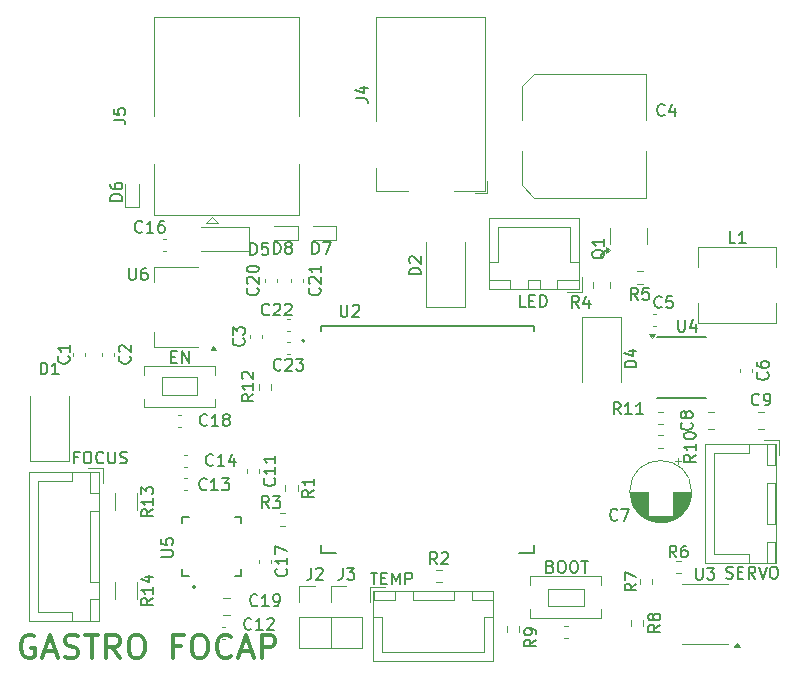
<source format=gbr>
%TF.GenerationSoftware,KiCad,Pcbnew,8.0.4*%
%TF.CreationDate,2025-07-27T19:27:03+02:00*%
%TF.ProjectId,GastroFocap,47617374-726f-4466-9f63-61702e6b6963,rev?*%
%TF.SameCoordinates,Original*%
%TF.FileFunction,Legend,Top*%
%TF.FilePolarity,Positive*%
%FSLAX46Y46*%
G04 Gerber Fmt 4.6, Leading zero omitted, Abs format (unit mm)*
G04 Created by KiCad (PCBNEW 8.0.4) date 2025-07-27 19:27:03*
%MOMM*%
%LPD*%
G01*
G04 APERTURE LIST*
%ADD10C,0.150000*%
%ADD11C,0.300000*%
%ADD12C,0.120000*%
%ADD13C,0.100000*%
%ADD14C,0.200000*%
%ADD15C,0.127000*%
G04 APERTURE END LIST*
D10*
X64420112Y-68846009D02*
X64086779Y-68846009D01*
X64086779Y-69369819D02*
X64086779Y-68369819D01*
X64086779Y-68369819D02*
X64562969Y-68369819D01*
X65134398Y-68369819D02*
X65324874Y-68369819D01*
X65324874Y-68369819D02*
X65420112Y-68417438D01*
X65420112Y-68417438D02*
X65515350Y-68512676D01*
X65515350Y-68512676D02*
X65562969Y-68703152D01*
X65562969Y-68703152D02*
X65562969Y-69036485D01*
X65562969Y-69036485D02*
X65515350Y-69226961D01*
X65515350Y-69226961D02*
X65420112Y-69322200D01*
X65420112Y-69322200D02*
X65324874Y-69369819D01*
X65324874Y-69369819D02*
X65134398Y-69369819D01*
X65134398Y-69369819D02*
X65039160Y-69322200D01*
X65039160Y-69322200D02*
X64943922Y-69226961D01*
X64943922Y-69226961D02*
X64896303Y-69036485D01*
X64896303Y-69036485D02*
X64896303Y-68703152D01*
X64896303Y-68703152D02*
X64943922Y-68512676D01*
X64943922Y-68512676D02*
X65039160Y-68417438D01*
X65039160Y-68417438D02*
X65134398Y-68369819D01*
X66562969Y-69274580D02*
X66515350Y-69322200D01*
X66515350Y-69322200D02*
X66372493Y-69369819D01*
X66372493Y-69369819D02*
X66277255Y-69369819D01*
X66277255Y-69369819D02*
X66134398Y-69322200D01*
X66134398Y-69322200D02*
X66039160Y-69226961D01*
X66039160Y-69226961D02*
X65991541Y-69131723D01*
X65991541Y-69131723D02*
X65943922Y-68941247D01*
X65943922Y-68941247D02*
X65943922Y-68798390D01*
X65943922Y-68798390D02*
X65991541Y-68607914D01*
X65991541Y-68607914D02*
X66039160Y-68512676D01*
X66039160Y-68512676D02*
X66134398Y-68417438D01*
X66134398Y-68417438D02*
X66277255Y-68369819D01*
X66277255Y-68369819D02*
X66372493Y-68369819D01*
X66372493Y-68369819D02*
X66515350Y-68417438D01*
X66515350Y-68417438D02*
X66562969Y-68465057D01*
X66991541Y-68369819D02*
X66991541Y-69179342D01*
X66991541Y-69179342D02*
X67039160Y-69274580D01*
X67039160Y-69274580D02*
X67086779Y-69322200D01*
X67086779Y-69322200D02*
X67182017Y-69369819D01*
X67182017Y-69369819D02*
X67372493Y-69369819D01*
X67372493Y-69369819D02*
X67467731Y-69322200D01*
X67467731Y-69322200D02*
X67515350Y-69274580D01*
X67515350Y-69274580D02*
X67562969Y-69179342D01*
X67562969Y-69179342D02*
X67562969Y-68369819D01*
X67991541Y-69322200D02*
X68134398Y-69369819D01*
X68134398Y-69369819D02*
X68372493Y-69369819D01*
X68372493Y-69369819D02*
X68467731Y-69322200D01*
X68467731Y-69322200D02*
X68515350Y-69274580D01*
X68515350Y-69274580D02*
X68562969Y-69179342D01*
X68562969Y-69179342D02*
X68562969Y-69084104D01*
X68562969Y-69084104D02*
X68515350Y-68988866D01*
X68515350Y-68988866D02*
X68467731Y-68941247D01*
X68467731Y-68941247D02*
X68372493Y-68893628D01*
X68372493Y-68893628D02*
X68182017Y-68846009D01*
X68182017Y-68846009D02*
X68086779Y-68798390D01*
X68086779Y-68798390D02*
X68039160Y-68750771D01*
X68039160Y-68750771D02*
X67991541Y-68655533D01*
X67991541Y-68655533D02*
X67991541Y-68560295D01*
X67991541Y-68560295D02*
X68039160Y-68465057D01*
X68039160Y-68465057D02*
X68086779Y-68417438D01*
X68086779Y-68417438D02*
X68182017Y-68369819D01*
X68182017Y-68369819D02*
X68420112Y-68369819D01*
X68420112Y-68369819D02*
X68562969Y-68417438D01*
X119289160Y-79072200D02*
X119432017Y-79119819D01*
X119432017Y-79119819D02*
X119670112Y-79119819D01*
X119670112Y-79119819D02*
X119765350Y-79072200D01*
X119765350Y-79072200D02*
X119812969Y-79024580D01*
X119812969Y-79024580D02*
X119860588Y-78929342D01*
X119860588Y-78929342D02*
X119860588Y-78834104D01*
X119860588Y-78834104D02*
X119812969Y-78738866D01*
X119812969Y-78738866D02*
X119765350Y-78691247D01*
X119765350Y-78691247D02*
X119670112Y-78643628D01*
X119670112Y-78643628D02*
X119479636Y-78596009D01*
X119479636Y-78596009D02*
X119384398Y-78548390D01*
X119384398Y-78548390D02*
X119336779Y-78500771D01*
X119336779Y-78500771D02*
X119289160Y-78405533D01*
X119289160Y-78405533D02*
X119289160Y-78310295D01*
X119289160Y-78310295D02*
X119336779Y-78215057D01*
X119336779Y-78215057D02*
X119384398Y-78167438D01*
X119384398Y-78167438D02*
X119479636Y-78119819D01*
X119479636Y-78119819D02*
X119717731Y-78119819D01*
X119717731Y-78119819D02*
X119860588Y-78167438D01*
X120289160Y-78596009D02*
X120622493Y-78596009D01*
X120765350Y-79119819D02*
X120289160Y-79119819D01*
X120289160Y-79119819D02*
X120289160Y-78119819D01*
X120289160Y-78119819D02*
X120765350Y-78119819D01*
X121765350Y-79119819D02*
X121432017Y-78643628D01*
X121193922Y-79119819D02*
X121193922Y-78119819D01*
X121193922Y-78119819D02*
X121574874Y-78119819D01*
X121574874Y-78119819D02*
X121670112Y-78167438D01*
X121670112Y-78167438D02*
X121717731Y-78215057D01*
X121717731Y-78215057D02*
X121765350Y-78310295D01*
X121765350Y-78310295D02*
X121765350Y-78453152D01*
X121765350Y-78453152D02*
X121717731Y-78548390D01*
X121717731Y-78548390D02*
X121670112Y-78596009D01*
X121670112Y-78596009D02*
X121574874Y-78643628D01*
X121574874Y-78643628D02*
X121193922Y-78643628D01*
X122051065Y-78119819D02*
X122384398Y-79119819D01*
X122384398Y-79119819D02*
X122717731Y-78119819D01*
X123241541Y-78119819D02*
X123432017Y-78119819D01*
X123432017Y-78119819D02*
X123527255Y-78167438D01*
X123527255Y-78167438D02*
X123622493Y-78262676D01*
X123622493Y-78262676D02*
X123670112Y-78453152D01*
X123670112Y-78453152D02*
X123670112Y-78786485D01*
X123670112Y-78786485D02*
X123622493Y-78976961D01*
X123622493Y-78976961D02*
X123527255Y-79072200D01*
X123527255Y-79072200D02*
X123432017Y-79119819D01*
X123432017Y-79119819D02*
X123241541Y-79119819D01*
X123241541Y-79119819D02*
X123146303Y-79072200D01*
X123146303Y-79072200D02*
X123051065Y-78976961D01*
X123051065Y-78976961D02*
X123003446Y-78786485D01*
X123003446Y-78786485D02*
X123003446Y-78453152D01*
X123003446Y-78453152D02*
X123051065Y-78262676D01*
X123051065Y-78262676D02*
X123146303Y-78167438D01*
X123146303Y-78167438D02*
X123241541Y-78119819D01*
X102312969Y-56119819D02*
X101836779Y-56119819D01*
X101836779Y-56119819D02*
X101836779Y-55119819D01*
X102646303Y-55596009D02*
X102979636Y-55596009D01*
X103122493Y-56119819D02*
X102646303Y-56119819D01*
X102646303Y-56119819D02*
X102646303Y-55119819D01*
X102646303Y-55119819D02*
X103122493Y-55119819D01*
X103551065Y-56119819D02*
X103551065Y-55119819D01*
X103551065Y-55119819D02*
X103789160Y-55119819D01*
X103789160Y-55119819D02*
X103932017Y-55167438D01*
X103932017Y-55167438D02*
X104027255Y-55262676D01*
X104027255Y-55262676D02*
X104074874Y-55357914D01*
X104074874Y-55357914D02*
X104122493Y-55548390D01*
X104122493Y-55548390D02*
X104122493Y-55691247D01*
X104122493Y-55691247D02*
X104074874Y-55881723D01*
X104074874Y-55881723D02*
X104027255Y-55976961D01*
X104027255Y-55976961D02*
X103932017Y-56072200D01*
X103932017Y-56072200D02*
X103789160Y-56119819D01*
X103789160Y-56119819D02*
X103551065Y-56119819D01*
X89193922Y-78619819D02*
X89765350Y-78619819D01*
X89479636Y-79619819D02*
X89479636Y-78619819D01*
X90098684Y-79096009D02*
X90432017Y-79096009D01*
X90574874Y-79619819D02*
X90098684Y-79619819D01*
X90098684Y-79619819D02*
X90098684Y-78619819D01*
X90098684Y-78619819D02*
X90574874Y-78619819D01*
X91003446Y-79619819D02*
X91003446Y-78619819D01*
X91003446Y-78619819D02*
X91336779Y-79334104D01*
X91336779Y-79334104D02*
X91670112Y-78619819D01*
X91670112Y-78619819D02*
X91670112Y-79619819D01*
X92146303Y-79619819D02*
X92146303Y-78619819D01*
X92146303Y-78619819D02*
X92527255Y-78619819D01*
X92527255Y-78619819D02*
X92622493Y-78667438D01*
X92622493Y-78667438D02*
X92670112Y-78715057D01*
X92670112Y-78715057D02*
X92717731Y-78810295D01*
X92717731Y-78810295D02*
X92717731Y-78953152D01*
X92717731Y-78953152D02*
X92670112Y-79048390D01*
X92670112Y-79048390D02*
X92622493Y-79096009D01*
X92622493Y-79096009D02*
X92527255Y-79143628D01*
X92527255Y-79143628D02*
X92146303Y-79143628D01*
X104420112Y-78096009D02*
X104562969Y-78143628D01*
X104562969Y-78143628D02*
X104610588Y-78191247D01*
X104610588Y-78191247D02*
X104658207Y-78286485D01*
X104658207Y-78286485D02*
X104658207Y-78429342D01*
X104658207Y-78429342D02*
X104610588Y-78524580D01*
X104610588Y-78524580D02*
X104562969Y-78572200D01*
X104562969Y-78572200D02*
X104467731Y-78619819D01*
X104467731Y-78619819D02*
X104086779Y-78619819D01*
X104086779Y-78619819D02*
X104086779Y-77619819D01*
X104086779Y-77619819D02*
X104420112Y-77619819D01*
X104420112Y-77619819D02*
X104515350Y-77667438D01*
X104515350Y-77667438D02*
X104562969Y-77715057D01*
X104562969Y-77715057D02*
X104610588Y-77810295D01*
X104610588Y-77810295D02*
X104610588Y-77905533D01*
X104610588Y-77905533D02*
X104562969Y-78000771D01*
X104562969Y-78000771D02*
X104515350Y-78048390D01*
X104515350Y-78048390D02*
X104420112Y-78096009D01*
X104420112Y-78096009D02*
X104086779Y-78096009D01*
X105277255Y-77619819D02*
X105467731Y-77619819D01*
X105467731Y-77619819D02*
X105562969Y-77667438D01*
X105562969Y-77667438D02*
X105658207Y-77762676D01*
X105658207Y-77762676D02*
X105705826Y-77953152D01*
X105705826Y-77953152D02*
X105705826Y-78286485D01*
X105705826Y-78286485D02*
X105658207Y-78476961D01*
X105658207Y-78476961D02*
X105562969Y-78572200D01*
X105562969Y-78572200D02*
X105467731Y-78619819D01*
X105467731Y-78619819D02*
X105277255Y-78619819D01*
X105277255Y-78619819D02*
X105182017Y-78572200D01*
X105182017Y-78572200D02*
X105086779Y-78476961D01*
X105086779Y-78476961D02*
X105039160Y-78286485D01*
X105039160Y-78286485D02*
X105039160Y-77953152D01*
X105039160Y-77953152D02*
X105086779Y-77762676D01*
X105086779Y-77762676D02*
X105182017Y-77667438D01*
X105182017Y-77667438D02*
X105277255Y-77619819D01*
X106324874Y-77619819D02*
X106515350Y-77619819D01*
X106515350Y-77619819D02*
X106610588Y-77667438D01*
X106610588Y-77667438D02*
X106705826Y-77762676D01*
X106705826Y-77762676D02*
X106753445Y-77953152D01*
X106753445Y-77953152D02*
X106753445Y-78286485D01*
X106753445Y-78286485D02*
X106705826Y-78476961D01*
X106705826Y-78476961D02*
X106610588Y-78572200D01*
X106610588Y-78572200D02*
X106515350Y-78619819D01*
X106515350Y-78619819D02*
X106324874Y-78619819D01*
X106324874Y-78619819D02*
X106229636Y-78572200D01*
X106229636Y-78572200D02*
X106134398Y-78476961D01*
X106134398Y-78476961D02*
X106086779Y-78286485D01*
X106086779Y-78286485D02*
X106086779Y-77953152D01*
X106086779Y-77953152D02*
X106134398Y-77762676D01*
X106134398Y-77762676D02*
X106229636Y-77667438D01*
X106229636Y-77667438D02*
X106324874Y-77619819D01*
X107039160Y-77619819D02*
X107610588Y-77619819D01*
X107324874Y-78619819D02*
X107324874Y-77619819D01*
X72336779Y-60346009D02*
X72670112Y-60346009D01*
X72812969Y-60869819D02*
X72336779Y-60869819D01*
X72336779Y-60869819D02*
X72336779Y-59869819D01*
X72336779Y-59869819D02*
X72812969Y-59869819D01*
X73241541Y-60869819D02*
X73241541Y-59869819D01*
X73241541Y-59869819D02*
X73812969Y-60869819D01*
X73812969Y-60869819D02*
X73812969Y-59869819D01*
D11*
X60721177Y-83959876D02*
X60530701Y-83864638D01*
X60530701Y-83864638D02*
X60244987Y-83864638D01*
X60244987Y-83864638D02*
X59959272Y-83959876D01*
X59959272Y-83959876D02*
X59768796Y-84150352D01*
X59768796Y-84150352D02*
X59673558Y-84340828D01*
X59673558Y-84340828D02*
X59578320Y-84721780D01*
X59578320Y-84721780D02*
X59578320Y-85007495D01*
X59578320Y-85007495D02*
X59673558Y-85388447D01*
X59673558Y-85388447D02*
X59768796Y-85578923D01*
X59768796Y-85578923D02*
X59959272Y-85769400D01*
X59959272Y-85769400D02*
X60244987Y-85864638D01*
X60244987Y-85864638D02*
X60435463Y-85864638D01*
X60435463Y-85864638D02*
X60721177Y-85769400D01*
X60721177Y-85769400D02*
X60816415Y-85674161D01*
X60816415Y-85674161D02*
X60816415Y-85007495D01*
X60816415Y-85007495D02*
X60435463Y-85007495D01*
X61578320Y-85293209D02*
X62530701Y-85293209D01*
X61387844Y-85864638D02*
X62054510Y-83864638D01*
X62054510Y-83864638D02*
X62721177Y-85864638D01*
X63292606Y-85769400D02*
X63578320Y-85864638D01*
X63578320Y-85864638D02*
X64054511Y-85864638D01*
X64054511Y-85864638D02*
X64244987Y-85769400D01*
X64244987Y-85769400D02*
X64340225Y-85674161D01*
X64340225Y-85674161D02*
X64435463Y-85483685D01*
X64435463Y-85483685D02*
X64435463Y-85293209D01*
X64435463Y-85293209D02*
X64340225Y-85102733D01*
X64340225Y-85102733D02*
X64244987Y-85007495D01*
X64244987Y-85007495D02*
X64054511Y-84912257D01*
X64054511Y-84912257D02*
X63673558Y-84817019D01*
X63673558Y-84817019D02*
X63483082Y-84721780D01*
X63483082Y-84721780D02*
X63387844Y-84626542D01*
X63387844Y-84626542D02*
X63292606Y-84436066D01*
X63292606Y-84436066D02*
X63292606Y-84245590D01*
X63292606Y-84245590D02*
X63387844Y-84055114D01*
X63387844Y-84055114D02*
X63483082Y-83959876D01*
X63483082Y-83959876D02*
X63673558Y-83864638D01*
X63673558Y-83864638D02*
X64149749Y-83864638D01*
X64149749Y-83864638D02*
X64435463Y-83959876D01*
X65006892Y-83864638D02*
X66149749Y-83864638D01*
X65578320Y-85864638D02*
X65578320Y-83864638D01*
X67959273Y-85864638D02*
X67292606Y-84912257D01*
X66816416Y-85864638D02*
X66816416Y-83864638D01*
X66816416Y-83864638D02*
X67578321Y-83864638D01*
X67578321Y-83864638D02*
X67768797Y-83959876D01*
X67768797Y-83959876D02*
X67864035Y-84055114D01*
X67864035Y-84055114D02*
X67959273Y-84245590D01*
X67959273Y-84245590D02*
X67959273Y-84531304D01*
X67959273Y-84531304D02*
X67864035Y-84721780D01*
X67864035Y-84721780D02*
X67768797Y-84817019D01*
X67768797Y-84817019D02*
X67578321Y-84912257D01*
X67578321Y-84912257D02*
X66816416Y-84912257D01*
X69197368Y-83864638D02*
X69578321Y-83864638D01*
X69578321Y-83864638D02*
X69768797Y-83959876D01*
X69768797Y-83959876D02*
X69959273Y-84150352D01*
X69959273Y-84150352D02*
X70054511Y-84531304D01*
X70054511Y-84531304D02*
X70054511Y-85197971D01*
X70054511Y-85197971D02*
X69959273Y-85578923D01*
X69959273Y-85578923D02*
X69768797Y-85769400D01*
X69768797Y-85769400D02*
X69578321Y-85864638D01*
X69578321Y-85864638D02*
X69197368Y-85864638D01*
X69197368Y-85864638D02*
X69006892Y-85769400D01*
X69006892Y-85769400D02*
X68816416Y-85578923D01*
X68816416Y-85578923D02*
X68721178Y-85197971D01*
X68721178Y-85197971D02*
X68721178Y-84531304D01*
X68721178Y-84531304D02*
X68816416Y-84150352D01*
X68816416Y-84150352D02*
X69006892Y-83959876D01*
X69006892Y-83959876D02*
X69197368Y-83864638D01*
X73102131Y-84817019D02*
X72435464Y-84817019D01*
X72435464Y-85864638D02*
X72435464Y-83864638D01*
X72435464Y-83864638D02*
X73387845Y-83864638D01*
X74530702Y-83864638D02*
X74911655Y-83864638D01*
X74911655Y-83864638D02*
X75102131Y-83959876D01*
X75102131Y-83959876D02*
X75292607Y-84150352D01*
X75292607Y-84150352D02*
X75387845Y-84531304D01*
X75387845Y-84531304D02*
X75387845Y-85197971D01*
X75387845Y-85197971D02*
X75292607Y-85578923D01*
X75292607Y-85578923D02*
X75102131Y-85769400D01*
X75102131Y-85769400D02*
X74911655Y-85864638D01*
X74911655Y-85864638D02*
X74530702Y-85864638D01*
X74530702Y-85864638D02*
X74340226Y-85769400D01*
X74340226Y-85769400D02*
X74149750Y-85578923D01*
X74149750Y-85578923D02*
X74054512Y-85197971D01*
X74054512Y-85197971D02*
X74054512Y-84531304D01*
X74054512Y-84531304D02*
X74149750Y-84150352D01*
X74149750Y-84150352D02*
X74340226Y-83959876D01*
X74340226Y-83959876D02*
X74530702Y-83864638D01*
X77387845Y-85674161D02*
X77292607Y-85769400D01*
X77292607Y-85769400D02*
X77006893Y-85864638D01*
X77006893Y-85864638D02*
X76816417Y-85864638D01*
X76816417Y-85864638D02*
X76530702Y-85769400D01*
X76530702Y-85769400D02*
X76340226Y-85578923D01*
X76340226Y-85578923D02*
X76244988Y-85388447D01*
X76244988Y-85388447D02*
X76149750Y-85007495D01*
X76149750Y-85007495D02*
X76149750Y-84721780D01*
X76149750Y-84721780D02*
X76244988Y-84340828D01*
X76244988Y-84340828D02*
X76340226Y-84150352D01*
X76340226Y-84150352D02*
X76530702Y-83959876D01*
X76530702Y-83959876D02*
X76816417Y-83864638D01*
X76816417Y-83864638D02*
X77006893Y-83864638D01*
X77006893Y-83864638D02*
X77292607Y-83959876D01*
X77292607Y-83959876D02*
X77387845Y-84055114D01*
X78149750Y-85293209D02*
X79102131Y-85293209D01*
X77959274Y-85864638D02*
X78625940Y-83864638D01*
X78625940Y-83864638D02*
X79292607Y-85864638D01*
X79959274Y-85864638D02*
X79959274Y-83864638D01*
X79959274Y-83864638D02*
X80721179Y-83864638D01*
X80721179Y-83864638D02*
X80911655Y-83959876D01*
X80911655Y-83959876D02*
X81006893Y-84055114D01*
X81006893Y-84055114D02*
X81102131Y-84245590D01*
X81102131Y-84245590D02*
X81102131Y-84531304D01*
X81102131Y-84531304D02*
X81006893Y-84721780D01*
X81006893Y-84721780D02*
X80911655Y-84817019D01*
X80911655Y-84817019D02*
X80721179Y-84912257D01*
X80721179Y-84912257D02*
X79959274Y-84912257D01*
D10*
X81039580Y-70642857D02*
X81087200Y-70690476D01*
X81087200Y-70690476D02*
X81134819Y-70833333D01*
X81134819Y-70833333D02*
X81134819Y-70928571D01*
X81134819Y-70928571D02*
X81087200Y-71071428D01*
X81087200Y-71071428D02*
X80991961Y-71166666D01*
X80991961Y-71166666D02*
X80896723Y-71214285D01*
X80896723Y-71214285D02*
X80706247Y-71261904D01*
X80706247Y-71261904D02*
X80563390Y-71261904D01*
X80563390Y-71261904D02*
X80372914Y-71214285D01*
X80372914Y-71214285D02*
X80277676Y-71166666D01*
X80277676Y-71166666D02*
X80182438Y-71071428D01*
X80182438Y-71071428D02*
X80134819Y-70928571D01*
X80134819Y-70928571D02*
X80134819Y-70833333D01*
X80134819Y-70833333D02*
X80182438Y-70690476D01*
X80182438Y-70690476D02*
X80230057Y-70642857D01*
X81134819Y-69690476D02*
X81134819Y-70261904D01*
X81134819Y-69976190D02*
X80134819Y-69976190D01*
X80134819Y-69976190D02*
X80277676Y-70071428D01*
X80277676Y-70071428D02*
X80372914Y-70166666D01*
X80372914Y-70166666D02*
X80420533Y-70261904D01*
X81134819Y-68738095D02*
X81134819Y-69309523D01*
X81134819Y-69023809D02*
X80134819Y-69023809D01*
X80134819Y-69023809D02*
X80277676Y-69119047D01*
X80277676Y-69119047D02*
X80372914Y-69214285D01*
X80372914Y-69214285D02*
X80420533Y-69309523D01*
X79607142Y-81359580D02*
X79559523Y-81407200D01*
X79559523Y-81407200D02*
X79416666Y-81454819D01*
X79416666Y-81454819D02*
X79321428Y-81454819D01*
X79321428Y-81454819D02*
X79178571Y-81407200D01*
X79178571Y-81407200D02*
X79083333Y-81311961D01*
X79083333Y-81311961D02*
X79035714Y-81216723D01*
X79035714Y-81216723D02*
X78988095Y-81026247D01*
X78988095Y-81026247D02*
X78988095Y-80883390D01*
X78988095Y-80883390D02*
X79035714Y-80692914D01*
X79035714Y-80692914D02*
X79083333Y-80597676D01*
X79083333Y-80597676D02*
X79178571Y-80502438D01*
X79178571Y-80502438D02*
X79321428Y-80454819D01*
X79321428Y-80454819D02*
X79416666Y-80454819D01*
X79416666Y-80454819D02*
X79559523Y-80502438D01*
X79559523Y-80502438D02*
X79607142Y-80550057D01*
X80559523Y-81454819D02*
X79988095Y-81454819D01*
X80273809Y-81454819D02*
X80273809Y-80454819D01*
X80273809Y-80454819D02*
X80178571Y-80597676D01*
X80178571Y-80597676D02*
X80083333Y-80692914D01*
X80083333Y-80692914D02*
X79988095Y-80740533D01*
X81035714Y-81454819D02*
X81226190Y-81454819D01*
X81226190Y-81454819D02*
X81321428Y-81407200D01*
X81321428Y-81407200D02*
X81369047Y-81359580D01*
X81369047Y-81359580D02*
X81464285Y-81216723D01*
X81464285Y-81216723D02*
X81511904Y-81026247D01*
X81511904Y-81026247D02*
X81511904Y-80645295D01*
X81511904Y-80645295D02*
X81464285Y-80550057D01*
X81464285Y-80550057D02*
X81416666Y-80502438D01*
X81416666Y-80502438D02*
X81321428Y-80454819D01*
X81321428Y-80454819D02*
X81130952Y-80454819D01*
X81130952Y-80454819D02*
X81035714Y-80502438D01*
X81035714Y-80502438D02*
X80988095Y-80550057D01*
X80988095Y-80550057D02*
X80940476Y-80645295D01*
X80940476Y-80645295D02*
X80940476Y-80883390D01*
X80940476Y-80883390D02*
X80988095Y-80978628D01*
X80988095Y-80978628D02*
X81035714Y-81026247D01*
X81035714Y-81026247D02*
X81130952Y-81073866D01*
X81130952Y-81073866D02*
X81321428Y-81073866D01*
X81321428Y-81073866D02*
X81416666Y-81026247D01*
X81416666Y-81026247D02*
X81464285Y-80978628D01*
X81464285Y-80978628D02*
X81511904Y-80883390D01*
X122083333Y-64359580D02*
X122035714Y-64407200D01*
X122035714Y-64407200D02*
X121892857Y-64454819D01*
X121892857Y-64454819D02*
X121797619Y-64454819D01*
X121797619Y-64454819D02*
X121654762Y-64407200D01*
X121654762Y-64407200D02*
X121559524Y-64311961D01*
X121559524Y-64311961D02*
X121511905Y-64216723D01*
X121511905Y-64216723D02*
X121464286Y-64026247D01*
X121464286Y-64026247D02*
X121464286Y-63883390D01*
X121464286Y-63883390D02*
X121511905Y-63692914D01*
X121511905Y-63692914D02*
X121559524Y-63597676D01*
X121559524Y-63597676D02*
X121654762Y-63502438D01*
X121654762Y-63502438D02*
X121797619Y-63454819D01*
X121797619Y-63454819D02*
X121892857Y-63454819D01*
X121892857Y-63454819D02*
X122035714Y-63502438D01*
X122035714Y-63502438D02*
X122083333Y-63550057D01*
X122559524Y-64454819D02*
X122750000Y-64454819D01*
X122750000Y-64454819D02*
X122845238Y-64407200D01*
X122845238Y-64407200D02*
X122892857Y-64359580D01*
X122892857Y-64359580D02*
X122988095Y-64216723D01*
X122988095Y-64216723D02*
X123035714Y-64026247D01*
X123035714Y-64026247D02*
X123035714Y-63645295D01*
X123035714Y-63645295D02*
X122988095Y-63550057D01*
X122988095Y-63550057D02*
X122940476Y-63502438D01*
X122940476Y-63502438D02*
X122845238Y-63454819D01*
X122845238Y-63454819D02*
X122654762Y-63454819D01*
X122654762Y-63454819D02*
X122559524Y-63502438D01*
X122559524Y-63502438D02*
X122511905Y-63550057D01*
X122511905Y-63550057D02*
X122464286Y-63645295D01*
X122464286Y-63645295D02*
X122464286Y-63883390D01*
X122464286Y-63883390D02*
X122511905Y-63978628D01*
X122511905Y-63978628D02*
X122559524Y-64026247D01*
X122559524Y-64026247D02*
X122654762Y-64073866D01*
X122654762Y-64073866D02*
X122845238Y-64073866D01*
X122845238Y-64073866D02*
X122940476Y-64026247D01*
X122940476Y-64026247D02*
X122988095Y-63978628D01*
X122988095Y-63978628D02*
X123035714Y-63883390D01*
X116359580Y-65916666D02*
X116407200Y-65964285D01*
X116407200Y-65964285D02*
X116454819Y-66107142D01*
X116454819Y-66107142D02*
X116454819Y-66202380D01*
X116454819Y-66202380D02*
X116407200Y-66345237D01*
X116407200Y-66345237D02*
X116311961Y-66440475D01*
X116311961Y-66440475D02*
X116216723Y-66488094D01*
X116216723Y-66488094D02*
X116026247Y-66535713D01*
X116026247Y-66535713D02*
X115883390Y-66535713D01*
X115883390Y-66535713D02*
X115692914Y-66488094D01*
X115692914Y-66488094D02*
X115597676Y-66440475D01*
X115597676Y-66440475D02*
X115502438Y-66345237D01*
X115502438Y-66345237D02*
X115454819Y-66202380D01*
X115454819Y-66202380D02*
X115454819Y-66107142D01*
X115454819Y-66107142D02*
X115502438Y-65964285D01*
X115502438Y-65964285D02*
X115550057Y-65916666D01*
X115883390Y-65345237D02*
X115835771Y-65440475D01*
X115835771Y-65440475D02*
X115788152Y-65488094D01*
X115788152Y-65488094D02*
X115692914Y-65535713D01*
X115692914Y-65535713D02*
X115645295Y-65535713D01*
X115645295Y-65535713D02*
X115550057Y-65488094D01*
X115550057Y-65488094D02*
X115502438Y-65440475D01*
X115502438Y-65440475D02*
X115454819Y-65345237D01*
X115454819Y-65345237D02*
X115454819Y-65154761D01*
X115454819Y-65154761D02*
X115502438Y-65059523D01*
X115502438Y-65059523D02*
X115550057Y-65011904D01*
X115550057Y-65011904D02*
X115645295Y-64964285D01*
X115645295Y-64964285D02*
X115692914Y-64964285D01*
X115692914Y-64964285D02*
X115788152Y-65011904D01*
X115788152Y-65011904D02*
X115835771Y-65059523D01*
X115835771Y-65059523D02*
X115883390Y-65154761D01*
X115883390Y-65154761D02*
X115883390Y-65345237D01*
X115883390Y-65345237D02*
X115931009Y-65440475D01*
X115931009Y-65440475D02*
X115978628Y-65488094D01*
X115978628Y-65488094D02*
X116073866Y-65535713D01*
X116073866Y-65535713D02*
X116264342Y-65535713D01*
X116264342Y-65535713D02*
X116359580Y-65488094D01*
X116359580Y-65488094D02*
X116407200Y-65440475D01*
X116407200Y-65440475D02*
X116454819Y-65345237D01*
X116454819Y-65345237D02*
X116454819Y-65154761D01*
X116454819Y-65154761D02*
X116407200Y-65059523D01*
X116407200Y-65059523D02*
X116359580Y-65011904D01*
X116359580Y-65011904D02*
X116264342Y-64964285D01*
X116264342Y-64964285D02*
X116073866Y-64964285D01*
X116073866Y-64964285D02*
X115978628Y-65011904D01*
X115978628Y-65011904D02*
X115931009Y-65059523D01*
X115931009Y-65059523D02*
X115883390Y-65154761D01*
X115238095Y-57204819D02*
X115238095Y-58014342D01*
X115238095Y-58014342D02*
X115285714Y-58109580D01*
X115285714Y-58109580D02*
X115333333Y-58157200D01*
X115333333Y-58157200D02*
X115428571Y-58204819D01*
X115428571Y-58204819D02*
X115619047Y-58204819D01*
X115619047Y-58204819D02*
X115714285Y-58157200D01*
X115714285Y-58157200D02*
X115761904Y-58109580D01*
X115761904Y-58109580D02*
X115809523Y-58014342D01*
X115809523Y-58014342D02*
X115809523Y-57204819D01*
X116714285Y-57538152D02*
X116714285Y-58204819D01*
X116476190Y-57157200D02*
X116238095Y-57871485D01*
X116238095Y-57871485D02*
X116857142Y-57871485D01*
X116704819Y-68642857D02*
X116228628Y-68976190D01*
X116704819Y-69214285D02*
X115704819Y-69214285D01*
X115704819Y-69214285D02*
X115704819Y-68833333D01*
X115704819Y-68833333D02*
X115752438Y-68738095D01*
X115752438Y-68738095D02*
X115800057Y-68690476D01*
X115800057Y-68690476D02*
X115895295Y-68642857D01*
X115895295Y-68642857D02*
X116038152Y-68642857D01*
X116038152Y-68642857D02*
X116133390Y-68690476D01*
X116133390Y-68690476D02*
X116181009Y-68738095D01*
X116181009Y-68738095D02*
X116228628Y-68833333D01*
X116228628Y-68833333D02*
X116228628Y-69214285D01*
X116704819Y-67690476D02*
X116704819Y-68261904D01*
X116704819Y-67976190D02*
X115704819Y-67976190D01*
X115704819Y-67976190D02*
X115847676Y-68071428D01*
X115847676Y-68071428D02*
X115942914Y-68166666D01*
X115942914Y-68166666D02*
X115990533Y-68261904D01*
X115704819Y-67071428D02*
X115704819Y-66976190D01*
X115704819Y-66976190D02*
X115752438Y-66880952D01*
X115752438Y-66880952D02*
X115800057Y-66833333D01*
X115800057Y-66833333D02*
X115895295Y-66785714D01*
X115895295Y-66785714D02*
X116085771Y-66738095D01*
X116085771Y-66738095D02*
X116323866Y-66738095D01*
X116323866Y-66738095D02*
X116514342Y-66785714D01*
X116514342Y-66785714D02*
X116609580Y-66833333D01*
X116609580Y-66833333D02*
X116657200Y-66880952D01*
X116657200Y-66880952D02*
X116704819Y-66976190D01*
X116704819Y-66976190D02*
X116704819Y-67071428D01*
X116704819Y-67071428D02*
X116657200Y-67166666D01*
X116657200Y-67166666D02*
X116609580Y-67214285D01*
X116609580Y-67214285D02*
X116514342Y-67261904D01*
X116514342Y-67261904D02*
X116323866Y-67309523D01*
X116323866Y-67309523D02*
X116085771Y-67309523D01*
X116085771Y-67309523D02*
X115895295Y-67261904D01*
X115895295Y-67261904D02*
X115800057Y-67214285D01*
X115800057Y-67214285D02*
X115752438Y-67166666D01*
X115752438Y-67166666D02*
X115704819Y-67071428D01*
X110357142Y-65204819D02*
X110023809Y-64728628D01*
X109785714Y-65204819D02*
X109785714Y-64204819D01*
X109785714Y-64204819D02*
X110166666Y-64204819D01*
X110166666Y-64204819D02*
X110261904Y-64252438D01*
X110261904Y-64252438D02*
X110309523Y-64300057D01*
X110309523Y-64300057D02*
X110357142Y-64395295D01*
X110357142Y-64395295D02*
X110357142Y-64538152D01*
X110357142Y-64538152D02*
X110309523Y-64633390D01*
X110309523Y-64633390D02*
X110261904Y-64681009D01*
X110261904Y-64681009D02*
X110166666Y-64728628D01*
X110166666Y-64728628D02*
X109785714Y-64728628D01*
X111309523Y-65204819D02*
X110738095Y-65204819D01*
X111023809Y-65204819D02*
X111023809Y-64204819D01*
X111023809Y-64204819D02*
X110928571Y-64347676D01*
X110928571Y-64347676D02*
X110833333Y-64442914D01*
X110833333Y-64442914D02*
X110738095Y-64490533D01*
X112261904Y-65204819D02*
X111690476Y-65204819D01*
X111976190Y-65204819D02*
X111976190Y-64204819D01*
X111976190Y-64204819D02*
X111880952Y-64347676D01*
X111880952Y-64347676D02*
X111785714Y-64442914D01*
X111785714Y-64442914D02*
X111690476Y-64490533D01*
X120083333Y-50704819D02*
X119607143Y-50704819D01*
X119607143Y-50704819D02*
X119607143Y-49704819D01*
X120940476Y-50704819D02*
X120369048Y-50704819D01*
X120654762Y-50704819D02*
X120654762Y-49704819D01*
X120654762Y-49704819D02*
X120559524Y-49847676D01*
X120559524Y-49847676D02*
X120464286Y-49942914D01*
X120464286Y-49942914D02*
X120369048Y-49990533D01*
X111704819Y-61238094D02*
X110704819Y-61238094D01*
X110704819Y-61238094D02*
X110704819Y-60999999D01*
X110704819Y-60999999D02*
X110752438Y-60857142D01*
X110752438Y-60857142D02*
X110847676Y-60761904D01*
X110847676Y-60761904D02*
X110942914Y-60714285D01*
X110942914Y-60714285D02*
X111133390Y-60666666D01*
X111133390Y-60666666D02*
X111276247Y-60666666D01*
X111276247Y-60666666D02*
X111466723Y-60714285D01*
X111466723Y-60714285D02*
X111561961Y-60761904D01*
X111561961Y-60761904D02*
X111657200Y-60857142D01*
X111657200Y-60857142D02*
X111704819Y-60999999D01*
X111704819Y-60999999D02*
X111704819Y-61238094D01*
X111038152Y-59809523D02*
X111704819Y-59809523D01*
X110657200Y-60047618D02*
X111371485Y-60285713D01*
X111371485Y-60285713D02*
X111371485Y-59666666D01*
X122789580Y-61666666D02*
X122837200Y-61714285D01*
X122837200Y-61714285D02*
X122884819Y-61857142D01*
X122884819Y-61857142D02*
X122884819Y-61952380D01*
X122884819Y-61952380D02*
X122837200Y-62095237D01*
X122837200Y-62095237D02*
X122741961Y-62190475D01*
X122741961Y-62190475D02*
X122646723Y-62238094D01*
X122646723Y-62238094D02*
X122456247Y-62285713D01*
X122456247Y-62285713D02*
X122313390Y-62285713D01*
X122313390Y-62285713D02*
X122122914Y-62238094D01*
X122122914Y-62238094D02*
X122027676Y-62190475D01*
X122027676Y-62190475D02*
X121932438Y-62095237D01*
X121932438Y-62095237D02*
X121884819Y-61952380D01*
X121884819Y-61952380D02*
X121884819Y-61857142D01*
X121884819Y-61857142D02*
X121932438Y-61714285D01*
X121932438Y-61714285D02*
X121980057Y-61666666D01*
X121884819Y-60809523D02*
X121884819Y-60999999D01*
X121884819Y-60999999D02*
X121932438Y-61095237D01*
X121932438Y-61095237D02*
X121980057Y-61142856D01*
X121980057Y-61142856D02*
X122122914Y-61238094D01*
X122122914Y-61238094D02*
X122313390Y-61285713D01*
X122313390Y-61285713D02*
X122694342Y-61285713D01*
X122694342Y-61285713D02*
X122789580Y-61238094D01*
X122789580Y-61238094D02*
X122837200Y-61190475D01*
X122837200Y-61190475D02*
X122884819Y-61095237D01*
X122884819Y-61095237D02*
X122884819Y-60904761D01*
X122884819Y-60904761D02*
X122837200Y-60809523D01*
X122837200Y-60809523D02*
X122789580Y-60761904D01*
X122789580Y-60761904D02*
X122694342Y-60714285D01*
X122694342Y-60714285D02*
X122456247Y-60714285D01*
X122456247Y-60714285D02*
X122361009Y-60761904D01*
X122361009Y-60761904D02*
X122313390Y-60809523D01*
X122313390Y-60809523D02*
X122265771Y-60904761D01*
X122265771Y-60904761D02*
X122265771Y-61095237D01*
X122265771Y-61095237D02*
X122313390Y-61190475D01*
X122313390Y-61190475D02*
X122361009Y-61238094D01*
X122361009Y-61238094D02*
X122456247Y-61285713D01*
X110083333Y-74109580D02*
X110035714Y-74157200D01*
X110035714Y-74157200D02*
X109892857Y-74204819D01*
X109892857Y-74204819D02*
X109797619Y-74204819D01*
X109797619Y-74204819D02*
X109654762Y-74157200D01*
X109654762Y-74157200D02*
X109559524Y-74061961D01*
X109559524Y-74061961D02*
X109511905Y-73966723D01*
X109511905Y-73966723D02*
X109464286Y-73776247D01*
X109464286Y-73776247D02*
X109464286Y-73633390D01*
X109464286Y-73633390D02*
X109511905Y-73442914D01*
X109511905Y-73442914D02*
X109559524Y-73347676D01*
X109559524Y-73347676D02*
X109654762Y-73252438D01*
X109654762Y-73252438D02*
X109797619Y-73204819D01*
X109797619Y-73204819D02*
X109892857Y-73204819D01*
X109892857Y-73204819D02*
X110035714Y-73252438D01*
X110035714Y-73252438D02*
X110083333Y-73300057D01*
X110416667Y-73204819D02*
X111083333Y-73204819D01*
X111083333Y-73204819D02*
X110654762Y-74204819D01*
X113833333Y-56109580D02*
X113785714Y-56157200D01*
X113785714Y-56157200D02*
X113642857Y-56204819D01*
X113642857Y-56204819D02*
X113547619Y-56204819D01*
X113547619Y-56204819D02*
X113404762Y-56157200D01*
X113404762Y-56157200D02*
X113309524Y-56061961D01*
X113309524Y-56061961D02*
X113261905Y-55966723D01*
X113261905Y-55966723D02*
X113214286Y-55776247D01*
X113214286Y-55776247D02*
X113214286Y-55633390D01*
X113214286Y-55633390D02*
X113261905Y-55442914D01*
X113261905Y-55442914D02*
X113309524Y-55347676D01*
X113309524Y-55347676D02*
X113404762Y-55252438D01*
X113404762Y-55252438D02*
X113547619Y-55204819D01*
X113547619Y-55204819D02*
X113642857Y-55204819D01*
X113642857Y-55204819D02*
X113785714Y-55252438D01*
X113785714Y-55252438D02*
X113833333Y-55300057D01*
X114738095Y-55204819D02*
X114261905Y-55204819D01*
X114261905Y-55204819D02*
X114214286Y-55681009D01*
X114214286Y-55681009D02*
X114261905Y-55633390D01*
X114261905Y-55633390D02*
X114357143Y-55585771D01*
X114357143Y-55585771D02*
X114595238Y-55585771D01*
X114595238Y-55585771D02*
X114690476Y-55633390D01*
X114690476Y-55633390D02*
X114738095Y-55681009D01*
X114738095Y-55681009D02*
X114785714Y-55776247D01*
X114785714Y-55776247D02*
X114785714Y-56014342D01*
X114785714Y-56014342D02*
X114738095Y-56109580D01*
X114738095Y-56109580D02*
X114690476Y-56157200D01*
X114690476Y-56157200D02*
X114595238Y-56204819D01*
X114595238Y-56204819D02*
X114357143Y-56204819D01*
X114357143Y-56204819D02*
X114261905Y-56157200D01*
X114261905Y-56157200D02*
X114214286Y-56109580D01*
X106833333Y-56204819D02*
X106500000Y-55728628D01*
X106261905Y-56204819D02*
X106261905Y-55204819D01*
X106261905Y-55204819D02*
X106642857Y-55204819D01*
X106642857Y-55204819D02*
X106738095Y-55252438D01*
X106738095Y-55252438D02*
X106785714Y-55300057D01*
X106785714Y-55300057D02*
X106833333Y-55395295D01*
X106833333Y-55395295D02*
X106833333Y-55538152D01*
X106833333Y-55538152D02*
X106785714Y-55633390D01*
X106785714Y-55633390D02*
X106738095Y-55681009D01*
X106738095Y-55681009D02*
X106642857Y-55728628D01*
X106642857Y-55728628D02*
X106261905Y-55728628D01*
X107690476Y-55538152D02*
X107690476Y-56204819D01*
X107452381Y-55157200D02*
X107214286Y-55871485D01*
X107214286Y-55871485D02*
X107833333Y-55871485D01*
X79011905Y-51704819D02*
X79011905Y-50704819D01*
X79011905Y-50704819D02*
X79250000Y-50704819D01*
X79250000Y-50704819D02*
X79392857Y-50752438D01*
X79392857Y-50752438D02*
X79488095Y-50847676D01*
X79488095Y-50847676D02*
X79535714Y-50942914D01*
X79535714Y-50942914D02*
X79583333Y-51133390D01*
X79583333Y-51133390D02*
X79583333Y-51276247D01*
X79583333Y-51276247D02*
X79535714Y-51466723D01*
X79535714Y-51466723D02*
X79488095Y-51561961D01*
X79488095Y-51561961D02*
X79392857Y-51657200D01*
X79392857Y-51657200D02*
X79250000Y-51704819D01*
X79250000Y-51704819D02*
X79011905Y-51704819D01*
X80488095Y-50704819D02*
X80011905Y-50704819D01*
X80011905Y-50704819D02*
X79964286Y-51181009D01*
X79964286Y-51181009D02*
X80011905Y-51133390D01*
X80011905Y-51133390D02*
X80107143Y-51085771D01*
X80107143Y-51085771D02*
X80345238Y-51085771D01*
X80345238Y-51085771D02*
X80440476Y-51133390D01*
X80440476Y-51133390D02*
X80488095Y-51181009D01*
X80488095Y-51181009D02*
X80535714Y-51276247D01*
X80535714Y-51276247D02*
X80535714Y-51514342D01*
X80535714Y-51514342D02*
X80488095Y-51609580D01*
X80488095Y-51609580D02*
X80440476Y-51657200D01*
X80440476Y-51657200D02*
X80345238Y-51704819D01*
X80345238Y-51704819D02*
X80107143Y-51704819D01*
X80107143Y-51704819D02*
X80011905Y-51657200D01*
X80011905Y-51657200D02*
X79964286Y-51609580D01*
X67434819Y-40283333D02*
X68149104Y-40283333D01*
X68149104Y-40283333D02*
X68291961Y-40330952D01*
X68291961Y-40330952D02*
X68387200Y-40426190D01*
X68387200Y-40426190D02*
X68434819Y-40569047D01*
X68434819Y-40569047D02*
X68434819Y-40664285D01*
X67434819Y-39330952D02*
X67434819Y-39807142D01*
X67434819Y-39807142D02*
X67911009Y-39854761D01*
X67911009Y-39854761D02*
X67863390Y-39807142D01*
X67863390Y-39807142D02*
X67815771Y-39711904D01*
X67815771Y-39711904D02*
X67815771Y-39473809D01*
X67815771Y-39473809D02*
X67863390Y-39378571D01*
X67863390Y-39378571D02*
X67911009Y-39330952D01*
X67911009Y-39330952D02*
X68006247Y-39283333D01*
X68006247Y-39283333D02*
X68244342Y-39283333D01*
X68244342Y-39283333D02*
X68339580Y-39330952D01*
X68339580Y-39330952D02*
X68387200Y-39378571D01*
X68387200Y-39378571D02*
X68434819Y-39473809D01*
X68434819Y-39473809D02*
X68434819Y-39711904D01*
X68434819Y-39711904D02*
X68387200Y-39807142D01*
X68387200Y-39807142D02*
X68339580Y-39854761D01*
X82039580Y-78292857D02*
X82087200Y-78340476D01*
X82087200Y-78340476D02*
X82134819Y-78483333D01*
X82134819Y-78483333D02*
X82134819Y-78578571D01*
X82134819Y-78578571D02*
X82087200Y-78721428D01*
X82087200Y-78721428D02*
X81991961Y-78816666D01*
X81991961Y-78816666D02*
X81896723Y-78864285D01*
X81896723Y-78864285D02*
X81706247Y-78911904D01*
X81706247Y-78911904D02*
X81563390Y-78911904D01*
X81563390Y-78911904D02*
X81372914Y-78864285D01*
X81372914Y-78864285D02*
X81277676Y-78816666D01*
X81277676Y-78816666D02*
X81182438Y-78721428D01*
X81182438Y-78721428D02*
X81134819Y-78578571D01*
X81134819Y-78578571D02*
X81134819Y-78483333D01*
X81134819Y-78483333D02*
X81182438Y-78340476D01*
X81182438Y-78340476D02*
X81230057Y-78292857D01*
X82134819Y-77340476D02*
X82134819Y-77911904D01*
X82134819Y-77626190D02*
X81134819Y-77626190D01*
X81134819Y-77626190D02*
X81277676Y-77721428D01*
X81277676Y-77721428D02*
X81372914Y-77816666D01*
X81372914Y-77816666D02*
X81420533Y-77911904D01*
X81134819Y-77007142D02*
X81134819Y-76340476D01*
X81134819Y-76340476D02*
X82134819Y-76769047D01*
X75857142Y-69484580D02*
X75809523Y-69532200D01*
X75809523Y-69532200D02*
X75666666Y-69579819D01*
X75666666Y-69579819D02*
X75571428Y-69579819D01*
X75571428Y-69579819D02*
X75428571Y-69532200D01*
X75428571Y-69532200D02*
X75333333Y-69436961D01*
X75333333Y-69436961D02*
X75285714Y-69341723D01*
X75285714Y-69341723D02*
X75238095Y-69151247D01*
X75238095Y-69151247D02*
X75238095Y-69008390D01*
X75238095Y-69008390D02*
X75285714Y-68817914D01*
X75285714Y-68817914D02*
X75333333Y-68722676D01*
X75333333Y-68722676D02*
X75428571Y-68627438D01*
X75428571Y-68627438D02*
X75571428Y-68579819D01*
X75571428Y-68579819D02*
X75666666Y-68579819D01*
X75666666Y-68579819D02*
X75809523Y-68627438D01*
X75809523Y-68627438D02*
X75857142Y-68675057D01*
X76809523Y-69579819D02*
X76238095Y-69579819D01*
X76523809Y-69579819D02*
X76523809Y-68579819D01*
X76523809Y-68579819D02*
X76428571Y-68722676D01*
X76428571Y-68722676D02*
X76333333Y-68817914D01*
X76333333Y-68817914D02*
X76238095Y-68865533D01*
X77666666Y-68913152D02*
X77666666Y-69579819D01*
X77428571Y-68532200D02*
X77190476Y-69246485D01*
X77190476Y-69246485D02*
X77809523Y-69246485D01*
X75307142Y-71534580D02*
X75259523Y-71582200D01*
X75259523Y-71582200D02*
X75116666Y-71629819D01*
X75116666Y-71629819D02*
X75021428Y-71629819D01*
X75021428Y-71629819D02*
X74878571Y-71582200D01*
X74878571Y-71582200D02*
X74783333Y-71486961D01*
X74783333Y-71486961D02*
X74735714Y-71391723D01*
X74735714Y-71391723D02*
X74688095Y-71201247D01*
X74688095Y-71201247D02*
X74688095Y-71058390D01*
X74688095Y-71058390D02*
X74735714Y-70867914D01*
X74735714Y-70867914D02*
X74783333Y-70772676D01*
X74783333Y-70772676D02*
X74878571Y-70677438D01*
X74878571Y-70677438D02*
X75021428Y-70629819D01*
X75021428Y-70629819D02*
X75116666Y-70629819D01*
X75116666Y-70629819D02*
X75259523Y-70677438D01*
X75259523Y-70677438D02*
X75307142Y-70725057D01*
X76259523Y-71629819D02*
X75688095Y-71629819D01*
X75973809Y-71629819D02*
X75973809Y-70629819D01*
X75973809Y-70629819D02*
X75878571Y-70772676D01*
X75878571Y-70772676D02*
X75783333Y-70867914D01*
X75783333Y-70867914D02*
X75688095Y-70915533D01*
X76592857Y-70629819D02*
X77211904Y-70629819D01*
X77211904Y-70629819D02*
X76878571Y-71010771D01*
X76878571Y-71010771D02*
X77021428Y-71010771D01*
X77021428Y-71010771D02*
X77116666Y-71058390D01*
X77116666Y-71058390D02*
X77164285Y-71106009D01*
X77164285Y-71106009D02*
X77211904Y-71201247D01*
X77211904Y-71201247D02*
X77211904Y-71439342D01*
X77211904Y-71439342D02*
X77164285Y-71534580D01*
X77164285Y-71534580D02*
X77116666Y-71582200D01*
X77116666Y-71582200D02*
X77021428Y-71629819D01*
X77021428Y-71629819D02*
X76735714Y-71629819D01*
X76735714Y-71629819D02*
X76640476Y-71582200D01*
X76640476Y-71582200D02*
X76592857Y-71534580D01*
X81607142Y-61414580D02*
X81559523Y-61462200D01*
X81559523Y-61462200D02*
X81416666Y-61509819D01*
X81416666Y-61509819D02*
X81321428Y-61509819D01*
X81321428Y-61509819D02*
X81178571Y-61462200D01*
X81178571Y-61462200D02*
X81083333Y-61366961D01*
X81083333Y-61366961D02*
X81035714Y-61271723D01*
X81035714Y-61271723D02*
X80988095Y-61081247D01*
X80988095Y-61081247D02*
X80988095Y-60938390D01*
X80988095Y-60938390D02*
X81035714Y-60747914D01*
X81035714Y-60747914D02*
X81083333Y-60652676D01*
X81083333Y-60652676D02*
X81178571Y-60557438D01*
X81178571Y-60557438D02*
X81321428Y-60509819D01*
X81321428Y-60509819D02*
X81416666Y-60509819D01*
X81416666Y-60509819D02*
X81559523Y-60557438D01*
X81559523Y-60557438D02*
X81607142Y-60605057D01*
X81988095Y-60605057D02*
X82035714Y-60557438D01*
X82035714Y-60557438D02*
X82130952Y-60509819D01*
X82130952Y-60509819D02*
X82369047Y-60509819D01*
X82369047Y-60509819D02*
X82464285Y-60557438D01*
X82464285Y-60557438D02*
X82511904Y-60605057D01*
X82511904Y-60605057D02*
X82559523Y-60700295D01*
X82559523Y-60700295D02*
X82559523Y-60795533D01*
X82559523Y-60795533D02*
X82511904Y-60938390D01*
X82511904Y-60938390D02*
X81940476Y-61509819D01*
X81940476Y-61509819D02*
X82559523Y-61509819D01*
X82892857Y-60509819D02*
X83511904Y-60509819D01*
X83511904Y-60509819D02*
X83178571Y-60890771D01*
X83178571Y-60890771D02*
X83321428Y-60890771D01*
X83321428Y-60890771D02*
X83416666Y-60938390D01*
X83416666Y-60938390D02*
X83464285Y-60986009D01*
X83464285Y-60986009D02*
X83511904Y-61081247D01*
X83511904Y-61081247D02*
X83511904Y-61319342D01*
X83511904Y-61319342D02*
X83464285Y-61414580D01*
X83464285Y-61414580D02*
X83416666Y-61462200D01*
X83416666Y-61462200D02*
X83321428Y-61509819D01*
X83321428Y-61509819D02*
X83035714Y-61509819D01*
X83035714Y-61509819D02*
X82940476Y-61462200D01*
X82940476Y-61462200D02*
X82892857Y-61414580D01*
X80607142Y-56734580D02*
X80559523Y-56782200D01*
X80559523Y-56782200D02*
X80416666Y-56829819D01*
X80416666Y-56829819D02*
X80321428Y-56829819D01*
X80321428Y-56829819D02*
X80178571Y-56782200D01*
X80178571Y-56782200D02*
X80083333Y-56686961D01*
X80083333Y-56686961D02*
X80035714Y-56591723D01*
X80035714Y-56591723D02*
X79988095Y-56401247D01*
X79988095Y-56401247D02*
X79988095Y-56258390D01*
X79988095Y-56258390D02*
X80035714Y-56067914D01*
X80035714Y-56067914D02*
X80083333Y-55972676D01*
X80083333Y-55972676D02*
X80178571Y-55877438D01*
X80178571Y-55877438D02*
X80321428Y-55829819D01*
X80321428Y-55829819D02*
X80416666Y-55829819D01*
X80416666Y-55829819D02*
X80559523Y-55877438D01*
X80559523Y-55877438D02*
X80607142Y-55925057D01*
X80988095Y-55925057D02*
X81035714Y-55877438D01*
X81035714Y-55877438D02*
X81130952Y-55829819D01*
X81130952Y-55829819D02*
X81369047Y-55829819D01*
X81369047Y-55829819D02*
X81464285Y-55877438D01*
X81464285Y-55877438D02*
X81511904Y-55925057D01*
X81511904Y-55925057D02*
X81559523Y-56020295D01*
X81559523Y-56020295D02*
X81559523Y-56115533D01*
X81559523Y-56115533D02*
X81511904Y-56258390D01*
X81511904Y-56258390D02*
X80940476Y-56829819D01*
X80940476Y-56829819D02*
X81559523Y-56829819D01*
X81940476Y-55925057D02*
X81988095Y-55877438D01*
X81988095Y-55877438D02*
X82083333Y-55829819D01*
X82083333Y-55829819D02*
X82321428Y-55829819D01*
X82321428Y-55829819D02*
X82416666Y-55877438D01*
X82416666Y-55877438D02*
X82464285Y-55925057D01*
X82464285Y-55925057D02*
X82511904Y-56020295D01*
X82511904Y-56020295D02*
X82511904Y-56115533D01*
X82511904Y-56115533D02*
X82464285Y-56258390D01*
X82464285Y-56258390D02*
X81892857Y-56829819D01*
X81892857Y-56829819D02*
X82511904Y-56829819D01*
X84859580Y-54517857D02*
X84907200Y-54565476D01*
X84907200Y-54565476D02*
X84954819Y-54708333D01*
X84954819Y-54708333D02*
X84954819Y-54803571D01*
X84954819Y-54803571D02*
X84907200Y-54946428D01*
X84907200Y-54946428D02*
X84811961Y-55041666D01*
X84811961Y-55041666D02*
X84716723Y-55089285D01*
X84716723Y-55089285D02*
X84526247Y-55136904D01*
X84526247Y-55136904D02*
X84383390Y-55136904D01*
X84383390Y-55136904D02*
X84192914Y-55089285D01*
X84192914Y-55089285D02*
X84097676Y-55041666D01*
X84097676Y-55041666D02*
X84002438Y-54946428D01*
X84002438Y-54946428D02*
X83954819Y-54803571D01*
X83954819Y-54803571D02*
X83954819Y-54708333D01*
X83954819Y-54708333D02*
X84002438Y-54565476D01*
X84002438Y-54565476D02*
X84050057Y-54517857D01*
X84050057Y-54136904D02*
X84002438Y-54089285D01*
X84002438Y-54089285D02*
X83954819Y-53994047D01*
X83954819Y-53994047D02*
X83954819Y-53755952D01*
X83954819Y-53755952D02*
X84002438Y-53660714D01*
X84002438Y-53660714D02*
X84050057Y-53613095D01*
X84050057Y-53613095D02*
X84145295Y-53565476D01*
X84145295Y-53565476D02*
X84240533Y-53565476D01*
X84240533Y-53565476D02*
X84383390Y-53613095D01*
X84383390Y-53613095D02*
X84954819Y-54184523D01*
X84954819Y-54184523D02*
X84954819Y-53565476D01*
X84954819Y-52613095D02*
X84954819Y-53184523D01*
X84954819Y-52898809D02*
X83954819Y-52898809D01*
X83954819Y-52898809D02*
X84097676Y-52994047D01*
X84097676Y-52994047D02*
X84192914Y-53089285D01*
X84192914Y-53089285D02*
X84240533Y-53184523D01*
X79609580Y-54517857D02*
X79657200Y-54565476D01*
X79657200Y-54565476D02*
X79704819Y-54708333D01*
X79704819Y-54708333D02*
X79704819Y-54803571D01*
X79704819Y-54803571D02*
X79657200Y-54946428D01*
X79657200Y-54946428D02*
X79561961Y-55041666D01*
X79561961Y-55041666D02*
X79466723Y-55089285D01*
X79466723Y-55089285D02*
X79276247Y-55136904D01*
X79276247Y-55136904D02*
X79133390Y-55136904D01*
X79133390Y-55136904D02*
X78942914Y-55089285D01*
X78942914Y-55089285D02*
X78847676Y-55041666D01*
X78847676Y-55041666D02*
X78752438Y-54946428D01*
X78752438Y-54946428D02*
X78704819Y-54803571D01*
X78704819Y-54803571D02*
X78704819Y-54708333D01*
X78704819Y-54708333D02*
X78752438Y-54565476D01*
X78752438Y-54565476D02*
X78800057Y-54517857D01*
X78800057Y-54136904D02*
X78752438Y-54089285D01*
X78752438Y-54089285D02*
X78704819Y-53994047D01*
X78704819Y-53994047D02*
X78704819Y-53755952D01*
X78704819Y-53755952D02*
X78752438Y-53660714D01*
X78752438Y-53660714D02*
X78800057Y-53613095D01*
X78800057Y-53613095D02*
X78895295Y-53565476D01*
X78895295Y-53565476D02*
X78990533Y-53565476D01*
X78990533Y-53565476D02*
X79133390Y-53613095D01*
X79133390Y-53613095D02*
X79704819Y-54184523D01*
X79704819Y-54184523D02*
X79704819Y-53565476D01*
X78704819Y-52946428D02*
X78704819Y-52851190D01*
X78704819Y-52851190D02*
X78752438Y-52755952D01*
X78752438Y-52755952D02*
X78800057Y-52708333D01*
X78800057Y-52708333D02*
X78895295Y-52660714D01*
X78895295Y-52660714D02*
X79085771Y-52613095D01*
X79085771Y-52613095D02*
X79323866Y-52613095D01*
X79323866Y-52613095D02*
X79514342Y-52660714D01*
X79514342Y-52660714D02*
X79609580Y-52708333D01*
X79609580Y-52708333D02*
X79657200Y-52755952D01*
X79657200Y-52755952D02*
X79704819Y-52851190D01*
X79704819Y-52851190D02*
X79704819Y-52946428D01*
X79704819Y-52946428D02*
X79657200Y-53041666D01*
X79657200Y-53041666D02*
X79609580Y-53089285D01*
X79609580Y-53089285D02*
X79514342Y-53136904D01*
X79514342Y-53136904D02*
X79323866Y-53184523D01*
X79323866Y-53184523D02*
X79085771Y-53184523D01*
X79085771Y-53184523D02*
X78895295Y-53136904D01*
X78895295Y-53136904D02*
X78800057Y-53089285D01*
X78800057Y-53089285D02*
X78752438Y-53041666D01*
X78752438Y-53041666D02*
X78704819Y-52946428D01*
X75357142Y-66109580D02*
X75309523Y-66157200D01*
X75309523Y-66157200D02*
X75166666Y-66204819D01*
X75166666Y-66204819D02*
X75071428Y-66204819D01*
X75071428Y-66204819D02*
X74928571Y-66157200D01*
X74928571Y-66157200D02*
X74833333Y-66061961D01*
X74833333Y-66061961D02*
X74785714Y-65966723D01*
X74785714Y-65966723D02*
X74738095Y-65776247D01*
X74738095Y-65776247D02*
X74738095Y-65633390D01*
X74738095Y-65633390D02*
X74785714Y-65442914D01*
X74785714Y-65442914D02*
X74833333Y-65347676D01*
X74833333Y-65347676D02*
X74928571Y-65252438D01*
X74928571Y-65252438D02*
X75071428Y-65204819D01*
X75071428Y-65204819D02*
X75166666Y-65204819D01*
X75166666Y-65204819D02*
X75309523Y-65252438D01*
X75309523Y-65252438D02*
X75357142Y-65300057D01*
X76309523Y-66204819D02*
X75738095Y-66204819D01*
X76023809Y-66204819D02*
X76023809Y-65204819D01*
X76023809Y-65204819D02*
X75928571Y-65347676D01*
X75928571Y-65347676D02*
X75833333Y-65442914D01*
X75833333Y-65442914D02*
X75738095Y-65490533D01*
X76880952Y-65633390D02*
X76785714Y-65585771D01*
X76785714Y-65585771D02*
X76738095Y-65538152D01*
X76738095Y-65538152D02*
X76690476Y-65442914D01*
X76690476Y-65442914D02*
X76690476Y-65395295D01*
X76690476Y-65395295D02*
X76738095Y-65300057D01*
X76738095Y-65300057D02*
X76785714Y-65252438D01*
X76785714Y-65252438D02*
X76880952Y-65204819D01*
X76880952Y-65204819D02*
X77071428Y-65204819D01*
X77071428Y-65204819D02*
X77166666Y-65252438D01*
X77166666Y-65252438D02*
X77214285Y-65300057D01*
X77214285Y-65300057D02*
X77261904Y-65395295D01*
X77261904Y-65395295D02*
X77261904Y-65442914D01*
X77261904Y-65442914D02*
X77214285Y-65538152D01*
X77214285Y-65538152D02*
X77166666Y-65585771D01*
X77166666Y-65585771D02*
X77071428Y-65633390D01*
X77071428Y-65633390D02*
X76880952Y-65633390D01*
X76880952Y-65633390D02*
X76785714Y-65681009D01*
X76785714Y-65681009D02*
X76738095Y-65728628D01*
X76738095Y-65728628D02*
X76690476Y-65823866D01*
X76690476Y-65823866D02*
X76690476Y-66014342D01*
X76690476Y-66014342D02*
X76738095Y-66109580D01*
X76738095Y-66109580D02*
X76785714Y-66157200D01*
X76785714Y-66157200D02*
X76880952Y-66204819D01*
X76880952Y-66204819D02*
X77071428Y-66204819D01*
X77071428Y-66204819D02*
X77166666Y-66157200D01*
X77166666Y-66157200D02*
X77214285Y-66109580D01*
X77214285Y-66109580D02*
X77261904Y-66014342D01*
X77261904Y-66014342D02*
X77261904Y-65823866D01*
X77261904Y-65823866D02*
X77214285Y-65728628D01*
X77214285Y-65728628D02*
X77166666Y-65681009D01*
X77166666Y-65681009D02*
X77071428Y-65633390D01*
X78429580Y-58791666D02*
X78477200Y-58839285D01*
X78477200Y-58839285D02*
X78524819Y-58982142D01*
X78524819Y-58982142D02*
X78524819Y-59077380D01*
X78524819Y-59077380D02*
X78477200Y-59220237D01*
X78477200Y-59220237D02*
X78381961Y-59315475D01*
X78381961Y-59315475D02*
X78286723Y-59363094D01*
X78286723Y-59363094D02*
X78096247Y-59410713D01*
X78096247Y-59410713D02*
X77953390Y-59410713D01*
X77953390Y-59410713D02*
X77762914Y-59363094D01*
X77762914Y-59363094D02*
X77667676Y-59315475D01*
X77667676Y-59315475D02*
X77572438Y-59220237D01*
X77572438Y-59220237D02*
X77524819Y-59077380D01*
X77524819Y-59077380D02*
X77524819Y-58982142D01*
X77524819Y-58982142D02*
X77572438Y-58839285D01*
X77572438Y-58839285D02*
X77620057Y-58791666D01*
X77524819Y-58458332D02*
X77524819Y-57839285D01*
X77524819Y-57839285D02*
X77905771Y-58172618D01*
X77905771Y-58172618D02*
X77905771Y-58029761D01*
X77905771Y-58029761D02*
X77953390Y-57934523D01*
X77953390Y-57934523D02*
X78001009Y-57886904D01*
X78001009Y-57886904D02*
X78096247Y-57839285D01*
X78096247Y-57839285D02*
X78334342Y-57839285D01*
X78334342Y-57839285D02*
X78429580Y-57886904D01*
X78429580Y-57886904D02*
X78477200Y-57934523D01*
X78477200Y-57934523D02*
X78524819Y-58029761D01*
X78524819Y-58029761D02*
X78524819Y-58315475D01*
X78524819Y-58315475D02*
X78477200Y-58410713D01*
X78477200Y-58410713D02*
X78429580Y-58458332D01*
X68789580Y-60291666D02*
X68837200Y-60339285D01*
X68837200Y-60339285D02*
X68884819Y-60482142D01*
X68884819Y-60482142D02*
X68884819Y-60577380D01*
X68884819Y-60577380D02*
X68837200Y-60720237D01*
X68837200Y-60720237D02*
X68741961Y-60815475D01*
X68741961Y-60815475D02*
X68646723Y-60863094D01*
X68646723Y-60863094D02*
X68456247Y-60910713D01*
X68456247Y-60910713D02*
X68313390Y-60910713D01*
X68313390Y-60910713D02*
X68122914Y-60863094D01*
X68122914Y-60863094D02*
X68027676Y-60815475D01*
X68027676Y-60815475D02*
X67932438Y-60720237D01*
X67932438Y-60720237D02*
X67884819Y-60577380D01*
X67884819Y-60577380D02*
X67884819Y-60482142D01*
X67884819Y-60482142D02*
X67932438Y-60339285D01*
X67932438Y-60339285D02*
X67980057Y-60291666D01*
X67980057Y-59910713D02*
X67932438Y-59863094D01*
X67932438Y-59863094D02*
X67884819Y-59767856D01*
X67884819Y-59767856D02*
X67884819Y-59529761D01*
X67884819Y-59529761D02*
X67932438Y-59434523D01*
X67932438Y-59434523D02*
X67980057Y-59386904D01*
X67980057Y-59386904D02*
X68075295Y-59339285D01*
X68075295Y-59339285D02*
X68170533Y-59339285D01*
X68170533Y-59339285D02*
X68313390Y-59386904D01*
X68313390Y-59386904D02*
X68884819Y-59958332D01*
X68884819Y-59958332D02*
X68884819Y-59339285D01*
X63609580Y-60291666D02*
X63657200Y-60339285D01*
X63657200Y-60339285D02*
X63704819Y-60482142D01*
X63704819Y-60482142D02*
X63704819Y-60577380D01*
X63704819Y-60577380D02*
X63657200Y-60720237D01*
X63657200Y-60720237D02*
X63561961Y-60815475D01*
X63561961Y-60815475D02*
X63466723Y-60863094D01*
X63466723Y-60863094D02*
X63276247Y-60910713D01*
X63276247Y-60910713D02*
X63133390Y-60910713D01*
X63133390Y-60910713D02*
X62942914Y-60863094D01*
X62942914Y-60863094D02*
X62847676Y-60815475D01*
X62847676Y-60815475D02*
X62752438Y-60720237D01*
X62752438Y-60720237D02*
X62704819Y-60577380D01*
X62704819Y-60577380D02*
X62704819Y-60482142D01*
X62704819Y-60482142D02*
X62752438Y-60339285D01*
X62752438Y-60339285D02*
X62800057Y-60291666D01*
X63704819Y-59339285D02*
X63704819Y-59910713D01*
X63704819Y-59624999D02*
X62704819Y-59624999D01*
X62704819Y-59624999D02*
X62847676Y-59720237D01*
X62847676Y-59720237D02*
X62942914Y-59815475D01*
X62942914Y-59815475D02*
X62990533Y-59910713D01*
X69857142Y-49734580D02*
X69809523Y-49782200D01*
X69809523Y-49782200D02*
X69666666Y-49829819D01*
X69666666Y-49829819D02*
X69571428Y-49829819D01*
X69571428Y-49829819D02*
X69428571Y-49782200D01*
X69428571Y-49782200D02*
X69333333Y-49686961D01*
X69333333Y-49686961D02*
X69285714Y-49591723D01*
X69285714Y-49591723D02*
X69238095Y-49401247D01*
X69238095Y-49401247D02*
X69238095Y-49258390D01*
X69238095Y-49258390D02*
X69285714Y-49067914D01*
X69285714Y-49067914D02*
X69333333Y-48972676D01*
X69333333Y-48972676D02*
X69428571Y-48877438D01*
X69428571Y-48877438D02*
X69571428Y-48829819D01*
X69571428Y-48829819D02*
X69666666Y-48829819D01*
X69666666Y-48829819D02*
X69809523Y-48877438D01*
X69809523Y-48877438D02*
X69857142Y-48925057D01*
X70809523Y-49829819D02*
X70238095Y-49829819D01*
X70523809Y-49829819D02*
X70523809Y-48829819D01*
X70523809Y-48829819D02*
X70428571Y-48972676D01*
X70428571Y-48972676D02*
X70333333Y-49067914D01*
X70333333Y-49067914D02*
X70238095Y-49115533D01*
X71666666Y-48829819D02*
X71476190Y-48829819D01*
X71476190Y-48829819D02*
X71380952Y-48877438D01*
X71380952Y-48877438D02*
X71333333Y-48925057D01*
X71333333Y-48925057D02*
X71238095Y-49067914D01*
X71238095Y-49067914D02*
X71190476Y-49258390D01*
X71190476Y-49258390D02*
X71190476Y-49639342D01*
X71190476Y-49639342D02*
X71238095Y-49734580D01*
X71238095Y-49734580D02*
X71285714Y-49782200D01*
X71285714Y-49782200D02*
X71380952Y-49829819D01*
X71380952Y-49829819D02*
X71571428Y-49829819D01*
X71571428Y-49829819D02*
X71666666Y-49782200D01*
X71666666Y-49782200D02*
X71714285Y-49734580D01*
X71714285Y-49734580D02*
X71761904Y-49639342D01*
X71761904Y-49639342D02*
X71761904Y-49401247D01*
X71761904Y-49401247D02*
X71714285Y-49306009D01*
X71714285Y-49306009D02*
X71666666Y-49258390D01*
X71666666Y-49258390D02*
X71571428Y-49210771D01*
X71571428Y-49210771D02*
X71380952Y-49210771D01*
X71380952Y-49210771D02*
X71285714Y-49258390D01*
X71285714Y-49258390D02*
X71238095Y-49306009D01*
X71238095Y-49306009D02*
X71190476Y-49401247D01*
X114083333Y-39859580D02*
X114035714Y-39907200D01*
X114035714Y-39907200D02*
X113892857Y-39954819D01*
X113892857Y-39954819D02*
X113797619Y-39954819D01*
X113797619Y-39954819D02*
X113654762Y-39907200D01*
X113654762Y-39907200D02*
X113559524Y-39811961D01*
X113559524Y-39811961D02*
X113511905Y-39716723D01*
X113511905Y-39716723D02*
X113464286Y-39526247D01*
X113464286Y-39526247D02*
X113464286Y-39383390D01*
X113464286Y-39383390D02*
X113511905Y-39192914D01*
X113511905Y-39192914D02*
X113559524Y-39097676D01*
X113559524Y-39097676D02*
X113654762Y-39002438D01*
X113654762Y-39002438D02*
X113797619Y-38954819D01*
X113797619Y-38954819D02*
X113892857Y-38954819D01*
X113892857Y-38954819D02*
X114035714Y-39002438D01*
X114035714Y-39002438D02*
X114083333Y-39050057D01*
X114940476Y-39288152D02*
X114940476Y-39954819D01*
X114702381Y-38907200D02*
X114464286Y-39621485D01*
X114464286Y-39621485D02*
X115083333Y-39621485D01*
X113704819Y-83041666D02*
X113228628Y-83374999D01*
X113704819Y-83613094D02*
X112704819Y-83613094D01*
X112704819Y-83613094D02*
X112704819Y-83232142D01*
X112704819Y-83232142D02*
X112752438Y-83136904D01*
X112752438Y-83136904D02*
X112800057Y-83089285D01*
X112800057Y-83089285D02*
X112895295Y-83041666D01*
X112895295Y-83041666D02*
X113038152Y-83041666D01*
X113038152Y-83041666D02*
X113133390Y-83089285D01*
X113133390Y-83089285D02*
X113181009Y-83136904D01*
X113181009Y-83136904D02*
X113228628Y-83232142D01*
X113228628Y-83232142D02*
X113228628Y-83613094D01*
X113133390Y-82470237D02*
X113085771Y-82565475D01*
X113085771Y-82565475D02*
X113038152Y-82613094D01*
X113038152Y-82613094D02*
X112942914Y-82660713D01*
X112942914Y-82660713D02*
X112895295Y-82660713D01*
X112895295Y-82660713D02*
X112800057Y-82613094D01*
X112800057Y-82613094D02*
X112752438Y-82565475D01*
X112752438Y-82565475D02*
X112704819Y-82470237D01*
X112704819Y-82470237D02*
X112704819Y-82279761D01*
X112704819Y-82279761D02*
X112752438Y-82184523D01*
X112752438Y-82184523D02*
X112800057Y-82136904D01*
X112800057Y-82136904D02*
X112895295Y-82089285D01*
X112895295Y-82089285D02*
X112942914Y-82089285D01*
X112942914Y-82089285D02*
X113038152Y-82136904D01*
X113038152Y-82136904D02*
X113085771Y-82184523D01*
X113085771Y-82184523D02*
X113133390Y-82279761D01*
X113133390Y-82279761D02*
X113133390Y-82470237D01*
X113133390Y-82470237D02*
X113181009Y-82565475D01*
X113181009Y-82565475D02*
X113228628Y-82613094D01*
X113228628Y-82613094D02*
X113323866Y-82660713D01*
X113323866Y-82660713D02*
X113514342Y-82660713D01*
X113514342Y-82660713D02*
X113609580Y-82613094D01*
X113609580Y-82613094D02*
X113657200Y-82565475D01*
X113657200Y-82565475D02*
X113704819Y-82470237D01*
X113704819Y-82470237D02*
X113704819Y-82279761D01*
X113704819Y-82279761D02*
X113657200Y-82184523D01*
X113657200Y-82184523D02*
X113609580Y-82136904D01*
X113609580Y-82136904D02*
X113514342Y-82089285D01*
X113514342Y-82089285D02*
X113323866Y-82089285D01*
X113323866Y-82089285D02*
X113228628Y-82136904D01*
X113228628Y-82136904D02*
X113181009Y-82184523D01*
X113181009Y-82184523D02*
X113133390Y-82279761D01*
X111704819Y-79541666D02*
X111228628Y-79874999D01*
X111704819Y-80113094D02*
X110704819Y-80113094D01*
X110704819Y-80113094D02*
X110704819Y-79732142D01*
X110704819Y-79732142D02*
X110752438Y-79636904D01*
X110752438Y-79636904D02*
X110800057Y-79589285D01*
X110800057Y-79589285D02*
X110895295Y-79541666D01*
X110895295Y-79541666D02*
X111038152Y-79541666D01*
X111038152Y-79541666D02*
X111133390Y-79589285D01*
X111133390Y-79589285D02*
X111181009Y-79636904D01*
X111181009Y-79636904D02*
X111228628Y-79732142D01*
X111228628Y-79732142D02*
X111228628Y-80113094D01*
X110704819Y-79208332D02*
X110704819Y-78541666D01*
X110704819Y-78541666D02*
X111704819Y-78970237D01*
X115083333Y-77329819D02*
X114750000Y-76853628D01*
X114511905Y-77329819D02*
X114511905Y-76329819D01*
X114511905Y-76329819D02*
X114892857Y-76329819D01*
X114892857Y-76329819D02*
X114988095Y-76377438D01*
X114988095Y-76377438D02*
X115035714Y-76425057D01*
X115035714Y-76425057D02*
X115083333Y-76520295D01*
X115083333Y-76520295D02*
X115083333Y-76663152D01*
X115083333Y-76663152D02*
X115035714Y-76758390D01*
X115035714Y-76758390D02*
X114988095Y-76806009D01*
X114988095Y-76806009D02*
X114892857Y-76853628D01*
X114892857Y-76853628D02*
X114511905Y-76853628D01*
X115940476Y-76329819D02*
X115750000Y-76329819D01*
X115750000Y-76329819D02*
X115654762Y-76377438D01*
X115654762Y-76377438D02*
X115607143Y-76425057D01*
X115607143Y-76425057D02*
X115511905Y-76567914D01*
X115511905Y-76567914D02*
X115464286Y-76758390D01*
X115464286Y-76758390D02*
X115464286Y-77139342D01*
X115464286Y-77139342D02*
X115511905Y-77234580D01*
X115511905Y-77234580D02*
X115559524Y-77282200D01*
X115559524Y-77282200D02*
X115654762Y-77329819D01*
X115654762Y-77329819D02*
X115845238Y-77329819D01*
X115845238Y-77329819D02*
X115940476Y-77282200D01*
X115940476Y-77282200D02*
X115988095Y-77234580D01*
X115988095Y-77234580D02*
X116035714Y-77139342D01*
X116035714Y-77139342D02*
X116035714Y-76901247D01*
X116035714Y-76901247D02*
X115988095Y-76806009D01*
X115988095Y-76806009D02*
X115940476Y-76758390D01*
X115940476Y-76758390D02*
X115845238Y-76710771D01*
X115845238Y-76710771D02*
X115654762Y-76710771D01*
X115654762Y-76710771D02*
X115559524Y-76758390D01*
X115559524Y-76758390D02*
X115511905Y-76806009D01*
X115511905Y-76806009D02*
X115464286Y-76901247D01*
X79274819Y-63517857D02*
X78798628Y-63851190D01*
X79274819Y-64089285D02*
X78274819Y-64089285D01*
X78274819Y-64089285D02*
X78274819Y-63708333D01*
X78274819Y-63708333D02*
X78322438Y-63613095D01*
X78322438Y-63613095D02*
X78370057Y-63565476D01*
X78370057Y-63565476D02*
X78465295Y-63517857D01*
X78465295Y-63517857D02*
X78608152Y-63517857D01*
X78608152Y-63517857D02*
X78703390Y-63565476D01*
X78703390Y-63565476D02*
X78751009Y-63613095D01*
X78751009Y-63613095D02*
X78798628Y-63708333D01*
X78798628Y-63708333D02*
X78798628Y-64089285D01*
X79274819Y-62565476D02*
X79274819Y-63136904D01*
X79274819Y-62851190D02*
X78274819Y-62851190D01*
X78274819Y-62851190D02*
X78417676Y-62946428D01*
X78417676Y-62946428D02*
X78512914Y-63041666D01*
X78512914Y-63041666D02*
X78560533Y-63136904D01*
X78370057Y-62184523D02*
X78322438Y-62136904D01*
X78322438Y-62136904D02*
X78274819Y-62041666D01*
X78274819Y-62041666D02*
X78274819Y-61803571D01*
X78274819Y-61803571D02*
X78322438Y-61708333D01*
X78322438Y-61708333D02*
X78370057Y-61660714D01*
X78370057Y-61660714D02*
X78465295Y-61613095D01*
X78465295Y-61613095D02*
X78560533Y-61613095D01*
X78560533Y-61613095D02*
X78703390Y-61660714D01*
X78703390Y-61660714D02*
X79274819Y-62232142D01*
X79274819Y-62232142D02*
X79274819Y-61613095D01*
X103204819Y-84291666D02*
X102728628Y-84624999D01*
X103204819Y-84863094D02*
X102204819Y-84863094D01*
X102204819Y-84863094D02*
X102204819Y-84482142D01*
X102204819Y-84482142D02*
X102252438Y-84386904D01*
X102252438Y-84386904D02*
X102300057Y-84339285D01*
X102300057Y-84339285D02*
X102395295Y-84291666D01*
X102395295Y-84291666D02*
X102538152Y-84291666D01*
X102538152Y-84291666D02*
X102633390Y-84339285D01*
X102633390Y-84339285D02*
X102681009Y-84386904D01*
X102681009Y-84386904D02*
X102728628Y-84482142D01*
X102728628Y-84482142D02*
X102728628Y-84863094D01*
X103204819Y-83815475D02*
X103204819Y-83624999D01*
X103204819Y-83624999D02*
X103157200Y-83529761D01*
X103157200Y-83529761D02*
X103109580Y-83482142D01*
X103109580Y-83482142D02*
X102966723Y-83386904D01*
X102966723Y-83386904D02*
X102776247Y-83339285D01*
X102776247Y-83339285D02*
X102395295Y-83339285D01*
X102395295Y-83339285D02*
X102300057Y-83386904D01*
X102300057Y-83386904D02*
X102252438Y-83434523D01*
X102252438Y-83434523D02*
X102204819Y-83529761D01*
X102204819Y-83529761D02*
X102204819Y-83720237D01*
X102204819Y-83720237D02*
X102252438Y-83815475D01*
X102252438Y-83815475D02*
X102300057Y-83863094D01*
X102300057Y-83863094D02*
X102395295Y-83910713D01*
X102395295Y-83910713D02*
X102633390Y-83910713D01*
X102633390Y-83910713D02*
X102728628Y-83863094D01*
X102728628Y-83863094D02*
X102776247Y-83815475D01*
X102776247Y-83815475D02*
X102823866Y-83720237D01*
X102823866Y-83720237D02*
X102823866Y-83529761D01*
X102823866Y-83529761D02*
X102776247Y-83434523D01*
X102776247Y-83434523D02*
X102728628Y-83386904D01*
X102728628Y-83386904D02*
X102633390Y-83339285D01*
X80583333Y-73149819D02*
X80250000Y-72673628D01*
X80011905Y-73149819D02*
X80011905Y-72149819D01*
X80011905Y-72149819D02*
X80392857Y-72149819D01*
X80392857Y-72149819D02*
X80488095Y-72197438D01*
X80488095Y-72197438D02*
X80535714Y-72245057D01*
X80535714Y-72245057D02*
X80583333Y-72340295D01*
X80583333Y-72340295D02*
X80583333Y-72483152D01*
X80583333Y-72483152D02*
X80535714Y-72578390D01*
X80535714Y-72578390D02*
X80488095Y-72626009D01*
X80488095Y-72626009D02*
X80392857Y-72673628D01*
X80392857Y-72673628D02*
X80011905Y-72673628D01*
X80916667Y-72149819D02*
X81535714Y-72149819D01*
X81535714Y-72149819D02*
X81202381Y-72530771D01*
X81202381Y-72530771D02*
X81345238Y-72530771D01*
X81345238Y-72530771D02*
X81440476Y-72578390D01*
X81440476Y-72578390D02*
X81488095Y-72626009D01*
X81488095Y-72626009D02*
X81535714Y-72721247D01*
X81535714Y-72721247D02*
X81535714Y-72959342D01*
X81535714Y-72959342D02*
X81488095Y-73054580D01*
X81488095Y-73054580D02*
X81440476Y-73102200D01*
X81440476Y-73102200D02*
X81345238Y-73149819D01*
X81345238Y-73149819D02*
X81059524Y-73149819D01*
X81059524Y-73149819D02*
X80964286Y-73102200D01*
X80964286Y-73102200D02*
X80916667Y-73054580D01*
X84384819Y-71616666D02*
X83908628Y-71949999D01*
X84384819Y-72188094D02*
X83384819Y-72188094D01*
X83384819Y-72188094D02*
X83384819Y-71807142D01*
X83384819Y-71807142D02*
X83432438Y-71711904D01*
X83432438Y-71711904D02*
X83480057Y-71664285D01*
X83480057Y-71664285D02*
X83575295Y-71616666D01*
X83575295Y-71616666D02*
X83718152Y-71616666D01*
X83718152Y-71616666D02*
X83813390Y-71664285D01*
X83813390Y-71664285D02*
X83861009Y-71711904D01*
X83861009Y-71711904D02*
X83908628Y-71807142D01*
X83908628Y-71807142D02*
X83908628Y-72188094D01*
X84384819Y-70664285D02*
X84384819Y-71235713D01*
X84384819Y-70949999D02*
X83384819Y-70949999D01*
X83384819Y-70949999D02*
X83527676Y-71045237D01*
X83527676Y-71045237D02*
X83622914Y-71140475D01*
X83622914Y-71140475D02*
X83670533Y-71235713D01*
X111833333Y-55509819D02*
X111500000Y-55033628D01*
X111261905Y-55509819D02*
X111261905Y-54509819D01*
X111261905Y-54509819D02*
X111642857Y-54509819D01*
X111642857Y-54509819D02*
X111738095Y-54557438D01*
X111738095Y-54557438D02*
X111785714Y-54605057D01*
X111785714Y-54605057D02*
X111833333Y-54700295D01*
X111833333Y-54700295D02*
X111833333Y-54843152D01*
X111833333Y-54843152D02*
X111785714Y-54938390D01*
X111785714Y-54938390D02*
X111738095Y-54986009D01*
X111738095Y-54986009D02*
X111642857Y-55033628D01*
X111642857Y-55033628D02*
X111261905Y-55033628D01*
X112738095Y-54509819D02*
X112261905Y-54509819D01*
X112261905Y-54509819D02*
X112214286Y-54986009D01*
X112214286Y-54986009D02*
X112261905Y-54938390D01*
X112261905Y-54938390D02*
X112357143Y-54890771D01*
X112357143Y-54890771D02*
X112595238Y-54890771D01*
X112595238Y-54890771D02*
X112690476Y-54938390D01*
X112690476Y-54938390D02*
X112738095Y-54986009D01*
X112738095Y-54986009D02*
X112785714Y-55081247D01*
X112785714Y-55081247D02*
X112785714Y-55319342D01*
X112785714Y-55319342D02*
X112738095Y-55414580D01*
X112738095Y-55414580D02*
X112690476Y-55462200D01*
X112690476Y-55462200D02*
X112595238Y-55509819D01*
X112595238Y-55509819D02*
X112357143Y-55509819D01*
X112357143Y-55509819D02*
X112261905Y-55462200D01*
X112261905Y-55462200D02*
X112214286Y-55414580D01*
X94833333Y-77899819D02*
X94500000Y-77423628D01*
X94261905Y-77899819D02*
X94261905Y-76899819D01*
X94261905Y-76899819D02*
X94642857Y-76899819D01*
X94642857Y-76899819D02*
X94738095Y-76947438D01*
X94738095Y-76947438D02*
X94785714Y-76995057D01*
X94785714Y-76995057D02*
X94833333Y-77090295D01*
X94833333Y-77090295D02*
X94833333Y-77233152D01*
X94833333Y-77233152D02*
X94785714Y-77328390D01*
X94785714Y-77328390D02*
X94738095Y-77376009D01*
X94738095Y-77376009D02*
X94642857Y-77423628D01*
X94642857Y-77423628D02*
X94261905Y-77423628D01*
X95214286Y-76995057D02*
X95261905Y-76947438D01*
X95261905Y-76947438D02*
X95357143Y-76899819D01*
X95357143Y-76899819D02*
X95595238Y-76899819D01*
X95595238Y-76899819D02*
X95690476Y-76947438D01*
X95690476Y-76947438D02*
X95738095Y-76995057D01*
X95738095Y-76995057D02*
X95785714Y-77090295D01*
X95785714Y-77090295D02*
X95785714Y-77185533D01*
X95785714Y-77185533D02*
X95738095Y-77328390D01*
X95738095Y-77328390D02*
X95166667Y-77899819D01*
X95166667Y-77899819D02*
X95785714Y-77899819D01*
X86663095Y-55944819D02*
X86663095Y-56754342D01*
X86663095Y-56754342D02*
X86710714Y-56849580D01*
X86710714Y-56849580D02*
X86758333Y-56897200D01*
X86758333Y-56897200D02*
X86853571Y-56944819D01*
X86853571Y-56944819D02*
X87044047Y-56944819D01*
X87044047Y-56944819D02*
X87139285Y-56897200D01*
X87139285Y-56897200D02*
X87186904Y-56849580D01*
X87186904Y-56849580D02*
X87234523Y-56754342D01*
X87234523Y-56754342D02*
X87234523Y-55944819D01*
X87663095Y-56040057D02*
X87710714Y-55992438D01*
X87710714Y-55992438D02*
X87805952Y-55944819D01*
X87805952Y-55944819D02*
X88044047Y-55944819D01*
X88044047Y-55944819D02*
X88139285Y-55992438D01*
X88139285Y-55992438D02*
X88186904Y-56040057D01*
X88186904Y-56040057D02*
X88234523Y-56135295D01*
X88234523Y-56135295D02*
X88234523Y-56230533D01*
X88234523Y-56230533D02*
X88186904Y-56373390D01*
X88186904Y-56373390D02*
X87615476Y-56944819D01*
X87615476Y-56944819D02*
X88234523Y-56944819D01*
X116738095Y-78204819D02*
X116738095Y-79014342D01*
X116738095Y-79014342D02*
X116785714Y-79109580D01*
X116785714Y-79109580D02*
X116833333Y-79157200D01*
X116833333Y-79157200D02*
X116928571Y-79204819D01*
X116928571Y-79204819D02*
X117119047Y-79204819D01*
X117119047Y-79204819D02*
X117214285Y-79157200D01*
X117214285Y-79157200D02*
X117261904Y-79109580D01*
X117261904Y-79109580D02*
X117309523Y-79014342D01*
X117309523Y-79014342D02*
X117309523Y-78204819D01*
X117690476Y-78204819D02*
X118309523Y-78204819D01*
X118309523Y-78204819D02*
X117976190Y-78585771D01*
X117976190Y-78585771D02*
X118119047Y-78585771D01*
X118119047Y-78585771D02*
X118214285Y-78633390D01*
X118214285Y-78633390D02*
X118261904Y-78681009D01*
X118261904Y-78681009D02*
X118309523Y-78776247D01*
X118309523Y-78776247D02*
X118309523Y-79014342D01*
X118309523Y-79014342D02*
X118261904Y-79109580D01*
X118261904Y-79109580D02*
X118214285Y-79157200D01*
X118214285Y-79157200D02*
X118119047Y-79204819D01*
X118119047Y-79204819D02*
X117833333Y-79204819D01*
X117833333Y-79204819D02*
X117738095Y-79157200D01*
X117738095Y-79157200D02*
X117690476Y-79109580D01*
X87954819Y-38458333D02*
X88669104Y-38458333D01*
X88669104Y-38458333D02*
X88811961Y-38505952D01*
X88811961Y-38505952D02*
X88907200Y-38601190D01*
X88907200Y-38601190D02*
X88954819Y-38744047D01*
X88954819Y-38744047D02*
X88954819Y-38839285D01*
X88288152Y-37553571D02*
X88954819Y-37553571D01*
X87907200Y-37791666D02*
X88621485Y-38029761D01*
X88621485Y-38029761D02*
X88621485Y-37410714D01*
X93454819Y-53363094D02*
X92454819Y-53363094D01*
X92454819Y-53363094D02*
X92454819Y-53124999D01*
X92454819Y-53124999D02*
X92502438Y-52982142D01*
X92502438Y-52982142D02*
X92597676Y-52886904D01*
X92597676Y-52886904D02*
X92692914Y-52839285D01*
X92692914Y-52839285D02*
X92883390Y-52791666D01*
X92883390Y-52791666D02*
X93026247Y-52791666D01*
X93026247Y-52791666D02*
X93216723Y-52839285D01*
X93216723Y-52839285D02*
X93311961Y-52886904D01*
X93311961Y-52886904D02*
X93407200Y-52982142D01*
X93407200Y-52982142D02*
X93454819Y-53124999D01*
X93454819Y-53124999D02*
X93454819Y-53363094D01*
X92550057Y-52410713D02*
X92502438Y-52363094D01*
X92502438Y-52363094D02*
X92454819Y-52267856D01*
X92454819Y-52267856D02*
X92454819Y-52029761D01*
X92454819Y-52029761D02*
X92502438Y-51934523D01*
X92502438Y-51934523D02*
X92550057Y-51886904D01*
X92550057Y-51886904D02*
X92645295Y-51839285D01*
X92645295Y-51839285D02*
X92740533Y-51839285D01*
X92740533Y-51839285D02*
X92883390Y-51886904D01*
X92883390Y-51886904D02*
X93454819Y-52458332D01*
X93454819Y-52458332D02*
X93454819Y-51839285D01*
X68738095Y-52829819D02*
X68738095Y-53639342D01*
X68738095Y-53639342D02*
X68785714Y-53734580D01*
X68785714Y-53734580D02*
X68833333Y-53782200D01*
X68833333Y-53782200D02*
X68928571Y-53829819D01*
X68928571Y-53829819D02*
X69119047Y-53829819D01*
X69119047Y-53829819D02*
X69214285Y-53782200D01*
X69214285Y-53782200D02*
X69261904Y-53734580D01*
X69261904Y-53734580D02*
X69309523Y-53639342D01*
X69309523Y-53639342D02*
X69309523Y-52829819D01*
X70214285Y-52829819D02*
X70023809Y-52829819D01*
X70023809Y-52829819D02*
X69928571Y-52877438D01*
X69928571Y-52877438D02*
X69880952Y-52925057D01*
X69880952Y-52925057D02*
X69785714Y-53067914D01*
X69785714Y-53067914D02*
X69738095Y-53258390D01*
X69738095Y-53258390D02*
X69738095Y-53639342D01*
X69738095Y-53639342D02*
X69785714Y-53734580D01*
X69785714Y-53734580D02*
X69833333Y-53782200D01*
X69833333Y-53782200D02*
X69928571Y-53829819D01*
X69928571Y-53829819D02*
X70119047Y-53829819D01*
X70119047Y-53829819D02*
X70214285Y-53782200D01*
X70214285Y-53782200D02*
X70261904Y-53734580D01*
X70261904Y-53734580D02*
X70309523Y-53639342D01*
X70309523Y-53639342D02*
X70309523Y-53401247D01*
X70309523Y-53401247D02*
X70261904Y-53306009D01*
X70261904Y-53306009D02*
X70214285Y-53258390D01*
X70214285Y-53258390D02*
X70119047Y-53210771D01*
X70119047Y-53210771D02*
X69928571Y-53210771D01*
X69928571Y-53210771D02*
X69833333Y-53258390D01*
X69833333Y-53258390D02*
X69785714Y-53306009D01*
X69785714Y-53306009D02*
X69738095Y-53401247D01*
X84261905Y-51629819D02*
X84261905Y-50629819D01*
X84261905Y-50629819D02*
X84500000Y-50629819D01*
X84500000Y-50629819D02*
X84642857Y-50677438D01*
X84642857Y-50677438D02*
X84738095Y-50772676D01*
X84738095Y-50772676D02*
X84785714Y-50867914D01*
X84785714Y-50867914D02*
X84833333Y-51058390D01*
X84833333Y-51058390D02*
X84833333Y-51201247D01*
X84833333Y-51201247D02*
X84785714Y-51391723D01*
X84785714Y-51391723D02*
X84738095Y-51486961D01*
X84738095Y-51486961D02*
X84642857Y-51582200D01*
X84642857Y-51582200D02*
X84500000Y-51629819D01*
X84500000Y-51629819D02*
X84261905Y-51629819D01*
X85166667Y-50629819D02*
X85833333Y-50629819D01*
X85833333Y-50629819D02*
X85404762Y-51629819D01*
X71454819Y-77271904D02*
X72264342Y-77271904D01*
X72264342Y-77271904D02*
X72359580Y-77224285D01*
X72359580Y-77224285D02*
X72407200Y-77176666D01*
X72407200Y-77176666D02*
X72454819Y-77081428D01*
X72454819Y-77081428D02*
X72454819Y-76890952D01*
X72454819Y-76890952D02*
X72407200Y-76795714D01*
X72407200Y-76795714D02*
X72359580Y-76748095D01*
X72359580Y-76748095D02*
X72264342Y-76700476D01*
X72264342Y-76700476D02*
X71454819Y-76700476D01*
X71454819Y-75748095D02*
X71454819Y-76224285D01*
X71454819Y-76224285D02*
X71931009Y-76271904D01*
X71931009Y-76271904D02*
X71883390Y-76224285D01*
X71883390Y-76224285D02*
X71835771Y-76129047D01*
X71835771Y-76129047D02*
X71835771Y-75890952D01*
X71835771Y-75890952D02*
X71883390Y-75795714D01*
X71883390Y-75795714D02*
X71931009Y-75748095D01*
X71931009Y-75748095D02*
X72026247Y-75700476D01*
X72026247Y-75700476D02*
X72264342Y-75700476D01*
X72264342Y-75700476D02*
X72359580Y-75748095D01*
X72359580Y-75748095D02*
X72407200Y-75795714D01*
X72407200Y-75795714D02*
X72454819Y-75890952D01*
X72454819Y-75890952D02*
X72454819Y-76129047D01*
X72454819Y-76129047D02*
X72407200Y-76224285D01*
X72407200Y-76224285D02*
X72359580Y-76271904D01*
X81011905Y-51629819D02*
X81011905Y-50629819D01*
X81011905Y-50629819D02*
X81250000Y-50629819D01*
X81250000Y-50629819D02*
X81392857Y-50677438D01*
X81392857Y-50677438D02*
X81488095Y-50772676D01*
X81488095Y-50772676D02*
X81535714Y-50867914D01*
X81535714Y-50867914D02*
X81583333Y-51058390D01*
X81583333Y-51058390D02*
X81583333Y-51201247D01*
X81583333Y-51201247D02*
X81535714Y-51391723D01*
X81535714Y-51391723D02*
X81488095Y-51486961D01*
X81488095Y-51486961D02*
X81392857Y-51582200D01*
X81392857Y-51582200D02*
X81250000Y-51629819D01*
X81250000Y-51629819D02*
X81011905Y-51629819D01*
X82154762Y-51058390D02*
X82059524Y-51010771D01*
X82059524Y-51010771D02*
X82011905Y-50963152D01*
X82011905Y-50963152D02*
X81964286Y-50867914D01*
X81964286Y-50867914D02*
X81964286Y-50820295D01*
X81964286Y-50820295D02*
X82011905Y-50725057D01*
X82011905Y-50725057D02*
X82059524Y-50677438D01*
X82059524Y-50677438D02*
X82154762Y-50629819D01*
X82154762Y-50629819D02*
X82345238Y-50629819D01*
X82345238Y-50629819D02*
X82440476Y-50677438D01*
X82440476Y-50677438D02*
X82488095Y-50725057D01*
X82488095Y-50725057D02*
X82535714Y-50820295D01*
X82535714Y-50820295D02*
X82535714Y-50867914D01*
X82535714Y-50867914D02*
X82488095Y-50963152D01*
X82488095Y-50963152D02*
X82440476Y-51010771D01*
X82440476Y-51010771D02*
X82345238Y-51058390D01*
X82345238Y-51058390D02*
X82154762Y-51058390D01*
X82154762Y-51058390D02*
X82059524Y-51106009D01*
X82059524Y-51106009D02*
X82011905Y-51153628D01*
X82011905Y-51153628D02*
X81964286Y-51248866D01*
X81964286Y-51248866D02*
X81964286Y-51439342D01*
X81964286Y-51439342D02*
X82011905Y-51534580D01*
X82011905Y-51534580D02*
X82059524Y-51582200D01*
X82059524Y-51582200D02*
X82154762Y-51629819D01*
X82154762Y-51629819D02*
X82345238Y-51629819D01*
X82345238Y-51629819D02*
X82440476Y-51582200D01*
X82440476Y-51582200D02*
X82488095Y-51534580D01*
X82488095Y-51534580D02*
X82535714Y-51439342D01*
X82535714Y-51439342D02*
X82535714Y-51248866D01*
X82535714Y-51248866D02*
X82488095Y-51153628D01*
X82488095Y-51153628D02*
X82440476Y-51106009D01*
X82440476Y-51106009D02*
X82345238Y-51058390D01*
X109050057Y-51282738D02*
X109002438Y-51377976D01*
X109002438Y-51377976D02*
X108907200Y-51473214D01*
X108907200Y-51473214D02*
X108764342Y-51616071D01*
X108764342Y-51616071D02*
X108716723Y-51711309D01*
X108716723Y-51711309D02*
X108716723Y-51806547D01*
X108954819Y-51758928D02*
X108907200Y-51854166D01*
X108907200Y-51854166D02*
X108811961Y-51949404D01*
X108811961Y-51949404D02*
X108621485Y-51997023D01*
X108621485Y-51997023D02*
X108288152Y-51997023D01*
X108288152Y-51997023D02*
X108097676Y-51949404D01*
X108097676Y-51949404D02*
X108002438Y-51854166D01*
X108002438Y-51854166D02*
X107954819Y-51758928D01*
X107954819Y-51758928D02*
X107954819Y-51568452D01*
X107954819Y-51568452D02*
X108002438Y-51473214D01*
X108002438Y-51473214D02*
X108097676Y-51377976D01*
X108097676Y-51377976D02*
X108288152Y-51330357D01*
X108288152Y-51330357D02*
X108621485Y-51330357D01*
X108621485Y-51330357D02*
X108811961Y-51377976D01*
X108811961Y-51377976D02*
X108907200Y-51473214D01*
X108907200Y-51473214D02*
X108954819Y-51568452D01*
X108954819Y-51568452D02*
X108954819Y-51758928D01*
X108954819Y-50377976D02*
X108954819Y-50949404D01*
X108954819Y-50663690D02*
X107954819Y-50663690D01*
X107954819Y-50663690D02*
X108097676Y-50758928D01*
X108097676Y-50758928D02*
X108192914Y-50854166D01*
X108192914Y-50854166D02*
X108240533Y-50949404D01*
X61261905Y-61829819D02*
X61261905Y-60829819D01*
X61261905Y-60829819D02*
X61500000Y-60829819D01*
X61500000Y-60829819D02*
X61642857Y-60877438D01*
X61642857Y-60877438D02*
X61738095Y-60972676D01*
X61738095Y-60972676D02*
X61785714Y-61067914D01*
X61785714Y-61067914D02*
X61833333Y-61258390D01*
X61833333Y-61258390D02*
X61833333Y-61401247D01*
X61833333Y-61401247D02*
X61785714Y-61591723D01*
X61785714Y-61591723D02*
X61738095Y-61686961D01*
X61738095Y-61686961D02*
X61642857Y-61782200D01*
X61642857Y-61782200D02*
X61500000Y-61829819D01*
X61500000Y-61829819D02*
X61261905Y-61829819D01*
X62785714Y-61829819D02*
X62214286Y-61829819D01*
X62500000Y-61829819D02*
X62500000Y-60829819D01*
X62500000Y-60829819D02*
X62404762Y-60972676D01*
X62404762Y-60972676D02*
X62309524Y-61067914D01*
X62309524Y-61067914D02*
X62214286Y-61115533D01*
X84166666Y-78209819D02*
X84166666Y-78924104D01*
X84166666Y-78924104D02*
X84119047Y-79066961D01*
X84119047Y-79066961D02*
X84023809Y-79162200D01*
X84023809Y-79162200D02*
X83880952Y-79209819D01*
X83880952Y-79209819D02*
X83785714Y-79209819D01*
X84595238Y-78305057D02*
X84642857Y-78257438D01*
X84642857Y-78257438D02*
X84738095Y-78209819D01*
X84738095Y-78209819D02*
X84976190Y-78209819D01*
X84976190Y-78209819D02*
X85071428Y-78257438D01*
X85071428Y-78257438D02*
X85119047Y-78305057D01*
X85119047Y-78305057D02*
X85166666Y-78400295D01*
X85166666Y-78400295D02*
X85166666Y-78495533D01*
X85166666Y-78495533D02*
X85119047Y-78638390D01*
X85119047Y-78638390D02*
X84547619Y-79209819D01*
X84547619Y-79209819D02*
X85166666Y-79209819D01*
X70774819Y-73267857D02*
X70298628Y-73601190D01*
X70774819Y-73839285D02*
X69774819Y-73839285D01*
X69774819Y-73839285D02*
X69774819Y-73458333D01*
X69774819Y-73458333D02*
X69822438Y-73363095D01*
X69822438Y-73363095D02*
X69870057Y-73315476D01*
X69870057Y-73315476D02*
X69965295Y-73267857D01*
X69965295Y-73267857D02*
X70108152Y-73267857D01*
X70108152Y-73267857D02*
X70203390Y-73315476D01*
X70203390Y-73315476D02*
X70251009Y-73363095D01*
X70251009Y-73363095D02*
X70298628Y-73458333D01*
X70298628Y-73458333D02*
X70298628Y-73839285D01*
X70774819Y-72315476D02*
X70774819Y-72886904D01*
X70774819Y-72601190D02*
X69774819Y-72601190D01*
X69774819Y-72601190D02*
X69917676Y-72696428D01*
X69917676Y-72696428D02*
X70012914Y-72791666D01*
X70012914Y-72791666D02*
X70060533Y-72886904D01*
X69774819Y-71982142D02*
X69774819Y-71363095D01*
X69774819Y-71363095D02*
X70155771Y-71696428D01*
X70155771Y-71696428D02*
X70155771Y-71553571D01*
X70155771Y-71553571D02*
X70203390Y-71458333D01*
X70203390Y-71458333D02*
X70251009Y-71410714D01*
X70251009Y-71410714D02*
X70346247Y-71363095D01*
X70346247Y-71363095D02*
X70584342Y-71363095D01*
X70584342Y-71363095D02*
X70679580Y-71410714D01*
X70679580Y-71410714D02*
X70727200Y-71458333D01*
X70727200Y-71458333D02*
X70774819Y-71553571D01*
X70774819Y-71553571D02*
X70774819Y-71839285D01*
X70774819Y-71839285D02*
X70727200Y-71934523D01*
X70727200Y-71934523D02*
X70679580Y-71982142D01*
X70774819Y-80767857D02*
X70298628Y-81101190D01*
X70774819Y-81339285D02*
X69774819Y-81339285D01*
X69774819Y-81339285D02*
X69774819Y-80958333D01*
X69774819Y-80958333D02*
X69822438Y-80863095D01*
X69822438Y-80863095D02*
X69870057Y-80815476D01*
X69870057Y-80815476D02*
X69965295Y-80767857D01*
X69965295Y-80767857D02*
X70108152Y-80767857D01*
X70108152Y-80767857D02*
X70203390Y-80815476D01*
X70203390Y-80815476D02*
X70251009Y-80863095D01*
X70251009Y-80863095D02*
X70298628Y-80958333D01*
X70298628Y-80958333D02*
X70298628Y-81339285D01*
X70774819Y-79815476D02*
X70774819Y-80386904D01*
X70774819Y-80101190D02*
X69774819Y-80101190D01*
X69774819Y-80101190D02*
X69917676Y-80196428D01*
X69917676Y-80196428D02*
X70012914Y-80291666D01*
X70012914Y-80291666D02*
X70060533Y-80386904D01*
X70108152Y-78958333D02*
X70774819Y-78958333D01*
X69727200Y-79196428D02*
X70441485Y-79434523D01*
X70441485Y-79434523D02*
X70441485Y-78815476D01*
X68154819Y-47113094D02*
X67154819Y-47113094D01*
X67154819Y-47113094D02*
X67154819Y-46874999D01*
X67154819Y-46874999D02*
X67202438Y-46732142D01*
X67202438Y-46732142D02*
X67297676Y-46636904D01*
X67297676Y-46636904D02*
X67392914Y-46589285D01*
X67392914Y-46589285D02*
X67583390Y-46541666D01*
X67583390Y-46541666D02*
X67726247Y-46541666D01*
X67726247Y-46541666D02*
X67916723Y-46589285D01*
X67916723Y-46589285D02*
X68011961Y-46636904D01*
X68011961Y-46636904D02*
X68107200Y-46732142D01*
X68107200Y-46732142D02*
X68154819Y-46874999D01*
X68154819Y-46874999D02*
X68154819Y-47113094D01*
X67154819Y-45684523D02*
X67154819Y-45874999D01*
X67154819Y-45874999D02*
X67202438Y-45970237D01*
X67202438Y-45970237D02*
X67250057Y-46017856D01*
X67250057Y-46017856D02*
X67392914Y-46113094D01*
X67392914Y-46113094D02*
X67583390Y-46160713D01*
X67583390Y-46160713D02*
X67964342Y-46160713D01*
X67964342Y-46160713D02*
X68059580Y-46113094D01*
X68059580Y-46113094D02*
X68107200Y-46065475D01*
X68107200Y-46065475D02*
X68154819Y-45970237D01*
X68154819Y-45970237D02*
X68154819Y-45779761D01*
X68154819Y-45779761D02*
X68107200Y-45684523D01*
X68107200Y-45684523D02*
X68059580Y-45636904D01*
X68059580Y-45636904D02*
X67964342Y-45589285D01*
X67964342Y-45589285D02*
X67726247Y-45589285D01*
X67726247Y-45589285D02*
X67631009Y-45636904D01*
X67631009Y-45636904D02*
X67583390Y-45684523D01*
X67583390Y-45684523D02*
X67535771Y-45779761D01*
X67535771Y-45779761D02*
X67535771Y-45970237D01*
X67535771Y-45970237D02*
X67583390Y-46065475D01*
X67583390Y-46065475D02*
X67631009Y-46113094D01*
X67631009Y-46113094D02*
X67726247Y-46160713D01*
X79107142Y-83359580D02*
X79059523Y-83407200D01*
X79059523Y-83407200D02*
X78916666Y-83454819D01*
X78916666Y-83454819D02*
X78821428Y-83454819D01*
X78821428Y-83454819D02*
X78678571Y-83407200D01*
X78678571Y-83407200D02*
X78583333Y-83311961D01*
X78583333Y-83311961D02*
X78535714Y-83216723D01*
X78535714Y-83216723D02*
X78488095Y-83026247D01*
X78488095Y-83026247D02*
X78488095Y-82883390D01*
X78488095Y-82883390D02*
X78535714Y-82692914D01*
X78535714Y-82692914D02*
X78583333Y-82597676D01*
X78583333Y-82597676D02*
X78678571Y-82502438D01*
X78678571Y-82502438D02*
X78821428Y-82454819D01*
X78821428Y-82454819D02*
X78916666Y-82454819D01*
X78916666Y-82454819D02*
X79059523Y-82502438D01*
X79059523Y-82502438D02*
X79107142Y-82550057D01*
X80059523Y-83454819D02*
X79488095Y-83454819D01*
X79773809Y-83454819D02*
X79773809Y-82454819D01*
X79773809Y-82454819D02*
X79678571Y-82597676D01*
X79678571Y-82597676D02*
X79583333Y-82692914D01*
X79583333Y-82692914D02*
X79488095Y-82740533D01*
X80440476Y-82550057D02*
X80488095Y-82502438D01*
X80488095Y-82502438D02*
X80583333Y-82454819D01*
X80583333Y-82454819D02*
X80821428Y-82454819D01*
X80821428Y-82454819D02*
X80916666Y-82502438D01*
X80916666Y-82502438D02*
X80964285Y-82550057D01*
X80964285Y-82550057D02*
X81011904Y-82645295D01*
X81011904Y-82645295D02*
X81011904Y-82740533D01*
X81011904Y-82740533D02*
X80964285Y-82883390D01*
X80964285Y-82883390D02*
X80392857Y-83454819D01*
X80392857Y-83454819D02*
X81011904Y-83454819D01*
X86816666Y-78209819D02*
X86816666Y-78924104D01*
X86816666Y-78924104D02*
X86769047Y-79066961D01*
X86769047Y-79066961D02*
X86673809Y-79162200D01*
X86673809Y-79162200D02*
X86530952Y-79209819D01*
X86530952Y-79209819D02*
X86435714Y-79209819D01*
X87197619Y-78209819D02*
X87816666Y-78209819D01*
X87816666Y-78209819D02*
X87483333Y-78590771D01*
X87483333Y-78590771D02*
X87626190Y-78590771D01*
X87626190Y-78590771D02*
X87721428Y-78638390D01*
X87721428Y-78638390D02*
X87769047Y-78686009D01*
X87769047Y-78686009D02*
X87816666Y-78781247D01*
X87816666Y-78781247D02*
X87816666Y-79019342D01*
X87816666Y-79019342D02*
X87769047Y-79114580D01*
X87769047Y-79114580D02*
X87721428Y-79162200D01*
X87721428Y-79162200D02*
X87626190Y-79209819D01*
X87626190Y-79209819D02*
X87340476Y-79209819D01*
X87340476Y-79209819D02*
X87245238Y-79162200D01*
X87245238Y-79162200D02*
X87197619Y-79114580D01*
D12*
%TO.C,C11*%
X79760000Y-69859420D02*
X79760000Y-70140580D01*
X78740000Y-69859420D02*
X78740000Y-70140580D01*
%TO.C,C19*%
X77261252Y-82235000D02*
X76738748Y-82235000D01*
X77261252Y-80765000D02*
X76738748Y-80765000D01*
%TO.C,C9*%
X122511252Y-66485000D02*
X121988748Y-66485000D01*
X122511252Y-65015000D02*
X121988748Y-65015000D01*
%TO.C,C8*%
X117738748Y-65015000D02*
X118261252Y-65015000D01*
X117738748Y-66485000D02*
X118261252Y-66485000D01*
%TO.C,U4*%
X113000000Y-58750000D02*
X112760000Y-58420000D01*
X113240000Y-58420000D01*
X113000000Y-58750000D01*
G36*
X113000000Y-58750000D02*
G01*
X112760000Y-58420000D01*
X113240000Y-58420000D01*
X113000000Y-58750000D01*
G37*
D10*
X113425000Y-63825000D02*
X117575000Y-63825000D01*
X113425000Y-58675000D02*
X117575000Y-58675000D01*
D12*
%TO.C,R10*%
X113987258Y-68022500D02*
X113512742Y-68022500D01*
X113987258Y-66977500D02*
X113512742Y-66977500D01*
%TO.C,R11*%
X113512742Y-66022500D02*
X113987258Y-66022500D01*
X113512742Y-64977500D02*
X113987258Y-64977500D01*
%TO.C,L1*%
X116950000Y-51050000D02*
X123550000Y-51050000D01*
X116950000Y-52750000D02*
X116950000Y-51050000D01*
X116950000Y-57450000D02*
X116950000Y-55750000D01*
X123550000Y-51050000D02*
X123550000Y-52750000D01*
X123550000Y-55750000D02*
X123550000Y-57450000D01*
X123550000Y-57450000D02*
X116950000Y-57450000D01*
%TO.C,D4*%
X110400000Y-56990000D02*
X107100000Y-56990000D01*
X110400000Y-56990000D02*
X110400000Y-62500000D01*
X107100000Y-56990000D02*
X107100000Y-62500000D01*
%TO.C,C6*%
X121510000Y-61359420D02*
X121510000Y-61640580D01*
X120490000Y-61359420D02*
X120490000Y-61640580D01*
%TO.C,C7*%
X116370000Y-71750000D02*
G75*
G02*
X111130000Y-71750000I-2620000J0D01*
G01*
X111130000Y-71750000D02*
G75*
G02*
X116370000Y-71750000I2620000J0D01*
G01*
X114034000Y-74351000D02*
X113466000Y-74351000D01*
X114268000Y-74311000D02*
X113232000Y-74311000D01*
X114427000Y-74271000D02*
X113073000Y-74271000D01*
X114555000Y-74231000D02*
X112945000Y-74231000D01*
X114665000Y-74191000D02*
X112835000Y-74191000D01*
X114761000Y-74151000D02*
X112739000Y-74151000D01*
X114848000Y-74111000D02*
X112652000Y-74111000D01*
X114928000Y-74071000D02*
X112572000Y-74071000D01*
X115001000Y-74031000D02*
X112499000Y-74031000D01*
X115069000Y-73991000D02*
X112431000Y-73991000D01*
X115133000Y-73951000D02*
X112367000Y-73951000D01*
X115193000Y-73911000D02*
X112307000Y-73911000D01*
X115250000Y-73871000D02*
X112250000Y-73871000D01*
X115304000Y-73831000D02*
X112196000Y-73831000D01*
X115355000Y-73791000D02*
X112145000Y-73791000D01*
X112710000Y-73751000D02*
X112097000Y-73751000D01*
X115403000Y-73751000D02*
X114790000Y-73751000D01*
X112710000Y-73711000D02*
X112051000Y-73711000D01*
X115449000Y-73711000D02*
X114790000Y-73711000D01*
X112710000Y-73671000D02*
X112007000Y-73671000D01*
X115493000Y-73671000D02*
X114790000Y-73671000D01*
X112710000Y-73631000D02*
X111965000Y-73631000D01*
X115535000Y-73631000D02*
X114790000Y-73631000D01*
X112710000Y-73591000D02*
X111924000Y-73591000D01*
X115576000Y-73591000D02*
X114790000Y-73591000D01*
X112710000Y-73551000D02*
X111886000Y-73551000D01*
X115614000Y-73551000D02*
X114790000Y-73551000D01*
X112710000Y-73511000D02*
X111849000Y-73511000D01*
X115651000Y-73511000D02*
X114790000Y-73511000D01*
X112710000Y-73471000D02*
X111813000Y-73471000D01*
X115687000Y-73471000D02*
X114790000Y-73471000D01*
X112710000Y-73431000D02*
X111779000Y-73431000D01*
X115721000Y-73431000D02*
X114790000Y-73431000D01*
X112710000Y-73391000D02*
X111746000Y-73391000D01*
X115754000Y-73391000D02*
X114790000Y-73391000D01*
X112710000Y-73351000D02*
X111715000Y-73351000D01*
X115785000Y-73351000D02*
X114790000Y-73351000D01*
X112710000Y-73311000D02*
X111685000Y-73311000D01*
X115815000Y-73311000D02*
X114790000Y-73311000D01*
X112710000Y-73271000D02*
X111655000Y-73271000D01*
X115845000Y-73271000D02*
X114790000Y-73271000D01*
X112710000Y-73231000D02*
X111628000Y-73231000D01*
X115872000Y-73231000D02*
X114790000Y-73231000D01*
X112710000Y-73191000D02*
X111601000Y-73191000D01*
X115899000Y-73191000D02*
X114790000Y-73191000D01*
X112710000Y-73151000D02*
X111575000Y-73151000D01*
X115925000Y-73151000D02*
X114790000Y-73151000D01*
X112710000Y-73111000D02*
X111550000Y-73111000D01*
X115950000Y-73111000D02*
X114790000Y-73111000D01*
X112710000Y-73071000D02*
X111526000Y-73071000D01*
X115974000Y-73071000D02*
X114790000Y-73071000D01*
X112710000Y-73031000D02*
X111503000Y-73031000D01*
X115997000Y-73031000D02*
X114790000Y-73031000D01*
X112710000Y-72991000D02*
X111482000Y-72991000D01*
X116018000Y-72991000D02*
X114790000Y-72991000D01*
X112710000Y-72951000D02*
X111460000Y-72951000D01*
X116040000Y-72951000D02*
X114790000Y-72951000D01*
X112710000Y-72911000D02*
X111440000Y-72911000D01*
X116060000Y-72911000D02*
X114790000Y-72911000D01*
X112710000Y-72871000D02*
X111421000Y-72871000D01*
X116079000Y-72871000D02*
X114790000Y-72871000D01*
X112710000Y-72831000D02*
X111402000Y-72831000D01*
X116098000Y-72831000D02*
X114790000Y-72831000D01*
X112710000Y-72791000D02*
X111385000Y-72791000D01*
X116115000Y-72791000D02*
X114790000Y-72791000D01*
X112710000Y-72751000D02*
X111368000Y-72751000D01*
X116132000Y-72751000D02*
X114790000Y-72751000D01*
X112710000Y-72711000D02*
X111352000Y-72711000D01*
X116148000Y-72711000D02*
X114790000Y-72711000D01*
X112710000Y-72671000D02*
X111336000Y-72671000D01*
X116164000Y-72671000D02*
X114790000Y-72671000D01*
X112710000Y-72631000D02*
X111322000Y-72631000D01*
X116178000Y-72631000D02*
X114790000Y-72631000D01*
X112710000Y-72591000D02*
X111308000Y-72591000D01*
X116192000Y-72591000D02*
X114790000Y-72591000D01*
X112710000Y-72551000D02*
X111295000Y-72551000D01*
X116205000Y-72551000D02*
X114790000Y-72551000D01*
X112710000Y-72511000D02*
X111282000Y-72511000D01*
X116218000Y-72511000D02*
X114790000Y-72511000D01*
X112710000Y-72471000D02*
X111270000Y-72471000D01*
X116230000Y-72471000D02*
X114790000Y-72471000D01*
X112710000Y-72430000D02*
X111259000Y-72430000D01*
X116241000Y-72430000D02*
X114790000Y-72430000D01*
X112710000Y-72390000D02*
X111249000Y-72390000D01*
X116251000Y-72390000D02*
X114790000Y-72390000D01*
X112710000Y-72350000D02*
X111239000Y-72350000D01*
X116261000Y-72350000D02*
X114790000Y-72350000D01*
X112710000Y-72310000D02*
X111230000Y-72310000D01*
X116270000Y-72310000D02*
X114790000Y-72310000D01*
X112710000Y-72270000D02*
X111222000Y-72270000D01*
X116278000Y-72270000D02*
X114790000Y-72270000D01*
X112710000Y-72230000D02*
X111214000Y-72230000D01*
X116286000Y-72230000D02*
X114790000Y-72230000D01*
X112710000Y-72190000D02*
X111207000Y-72190000D01*
X116293000Y-72190000D02*
X114790000Y-72190000D01*
X112710000Y-72150000D02*
X111200000Y-72150000D01*
X116300000Y-72150000D02*
X114790000Y-72150000D01*
X112710000Y-72110000D02*
X111194000Y-72110000D01*
X116306000Y-72110000D02*
X114790000Y-72110000D01*
X112710000Y-72070000D02*
X111189000Y-72070000D01*
X116311000Y-72070000D02*
X114790000Y-72070000D01*
X112710000Y-72030000D02*
X111185000Y-72030000D01*
X116315000Y-72030000D02*
X114790000Y-72030000D01*
X112710000Y-71990000D02*
X111181000Y-71990000D01*
X116319000Y-71990000D02*
X114790000Y-71990000D01*
X112710000Y-71950000D02*
X111177000Y-71950000D01*
X116323000Y-71950000D02*
X114790000Y-71950000D01*
X112710000Y-71910000D02*
X111174000Y-71910000D01*
X116326000Y-71910000D02*
X114790000Y-71910000D01*
X112710000Y-71870000D02*
X111172000Y-71870000D01*
X116328000Y-71870000D02*
X114790000Y-71870000D01*
X112710000Y-71830000D02*
X111171000Y-71830000D01*
X116329000Y-71830000D02*
X114790000Y-71830000D01*
X112710000Y-71790000D02*
X111170000Y-71790000D01*
X116330000Y-71790000D02*
X114790000Y-71790000D01*
X112710000Y-71750000D02*
X111170000Y-71750000D01*
X116330000Y-71750000D02*
X114790000Y-71750000D01*
X115475000Y-69195225D02*
X114975000Y-69195225D01*
X115225000Y-68945225D02*
X115225000Y-69445225D01*
%TO.C,C5*%
X113390580Y-57760000D02*
X113109420Y-57760000D01*
X113390580Y-56740000D02*
X113109420Y-56740000D01*
%TO.C,R4*%
X109485000Y-54477064D02*
X109485000Y-54022936D01*
X108015000Y-54477064D02*
X108015000Y-54022936D01*
%TO.C,D5*%
X78860000Y-51375000D02*
X78860000Y-49375000D01*
X78860000Y-51375000D02*
X74850000Y-51375000D01*
X78860000Y-49375000D02*
X74850000Y-49375000D01*
%TO.C,J5*%
X83160000Y-31590000D02*
X83160000Y-39950000D01*
X70840000Y-31590000D02*
X83160000Y-31590000D01*
X70840000Y-39950000D02*
X70840000Y-31590000D01*
X70840000Y-44050000D02*
X70840000Y-48310000D01*
X83160000Y-48310000D02*
X83160000Y-44050000D01*
X70840000Y-48310000D02*
X83160000Y-48310000D01*
X75750000Y-48530000D02*
X75250000Y-49030000D01*
X76250000Y-49030000D02*
X75750000Y-48530000D01*
X75250000Y-49030000D02*
X76250000Y-49030000D01*
D13*
%TO.C,SW1*%
X108725000Y-82425000D02*
X108725000Y-81675000D01*
X108725000Y-82425000D02*
X102725000Y-82425000D01*
X108725000Y-78925000D02*
X108725000Y-79675000D01*
X102725000Y-82425000D02*
X102725000Y-81675000D01*
X102725000Y-78925000D02*
X108725000Y-78925000D01*
X102725000Y-78925000D02*
X102725000Y-79675000D01*
X107225000Y-81475000D02*
X104225000Y-81475000D01*
X104225000Y-79975000D01*
X107225000Y-79975000D01*
X107225000Y-81475000D01*
D12*
%TO.C,C17*%
X79740000Y-77509420D02*
X79740000Y-77790580D01*
X80760000Y-77509420D02*
X80760000Y-77790580D01*
%TO.C,C14*%
X73359420Y-69635000D02*
X73640580Y-69635000D01*
X73359420Y-68615000D02*
X73640580Y-68615000D01*
%TO.C,C13*%
X73359420Y-71635000D02*
X73640580Y-71635000D01*
X73359420Y-70615000D02*
X73640580Y-70615000D01*
%TO.C,C23*%
X82390580Y-59115000D02*
X82109420Y-59115000D01*
X82390580Y-60135000D02*
X82109420Y-60135000D01*
%TO.C,C22*%
X82390580Y-57115000D02*
X82109420Y-57115000D01*
X82390580Y-58135000D02*
X82109420Y-58135000D01*
%TO.C,C21*%
X82490000Y-53734420D02*
X82490000Y-54015580D01*
X83510000Y-53734420D02*
X83510000Y-54015580D01*
%TO.C,C20*%
X80240000Y-53734420D02*
X80240000Y-54015580D01*
X81260000Y-53734420D02*
X81260000Y-54015580D01*
%TO.C,C18*%
X73140580Y-65240000D02*
X72859420Y-65240000D01*
X73140580Y-66260000D02*
X72859420Y-66260000D01*
%TO.C,C10*%
X105609420Y-84135000D02*
X105890580Y-84135000D01*
X105609420Y-83115000D02*
X105890580Y-83115000D01*
%TO.C,C3*%
X80010000Y-58765580D02*
X80010000Y-58484420D01*
X78990000Y-58765580D02*
X78990000Y-58484420D01*
%TO.C,C2*%
X66490000Y-59984420D02*
X66490000Y-60265580D01*
X67510000Y-59984420D02*
X67510000Y-60265580D01*
%TO.C,C1*%
X63990000Y-59984420D02*
X63990000Y-60265580D01*
X65010000Y-59984420D02*
X65010000Y-60265580D01*
%TO.C,C16*%
X71890580Y-50365000D02*
X71609420Y-50365000D01*
X71890580Y-51385000D02*
X71609420Y-51385000D01*
%TO.C,C4*%
X112510000Y-46885000D02*
X112510000Y-42935000D01*
X112510000Y-36365000D02*
X112510000Y-40315000D01*
X103054437Y-46885000D02*
X112510000Y-46885000D01*
X103054437Y-36365000D02*
X112510000Y-36365000D01*
X101990000Y-45820563D02*
X103054437Y-46885000D01*
X101990000Y-45820563D02*
X101990000Y-42935000D01*
X101990000Y-37429437D02*
X103054437Y-36365000D01*
X101990000Y-37429437D02*
X101990000Y-40315000D01*
%TO.C,R8*%
X111227500Y-82637742D02*
X111227500Y-83112258D01*
X112272500Y-82637742D02*
X112272500Y-83112258D01*
%TO.C,R7*%
X111977500Y-79137742D02*
X111977500Y-79612258D01*
X113022500Y-79137742D02*
X113022500Y-79612258D01*
%TO.C,R6*%
X115012742Y-78647500D02*
X115487258Y-78647500D01*
X115012742Y-77602500D02*
X115487258Y-77602500D01*
%TO.C,R12*%
X79727500Y-63112258D02*
X79727500Y-62637742D01*
X80772500Y-63112258D02*
X80772500Y-62637742D01*
%TO.C,R9*%
X100727500Y-83137742D02*
X100727500Y-83612258D01*
X101772500Y-83137742D02*
X101772500Y-83612258D01*
%TO.C,R3*%
X81512742Y-73602500D02*
X81987258Y-73602500D01*
X81512742Y-74647500D02*
X81987258Y-74647500D01*
%TO.C,R1*%
X81977500Y-71212742D02*
X81977500Y-71687258D01*
X83022500Y-71212742D02*
X83022500Y-71687258D01*
%TO.C,R5*%
X112237258Y-53102500D02*
X111762742Y-53102500D01*
X112237258Y-54147500D02*
X111762742Y-54147500D01*
%TO.C,R2*%
X94762742Y-79397500D02*
X95237258Y-79397500D01*
X94762742Y-78352500D02*
X95237258Y-78352500D01*
D14*
%TO.C,U2*%
X83600000Y-58965000D02*
G75*
G02*
X83400000Y-58965000I-100000J0D01*
G01*
X83400000Y-58965000D02*
G75*
G02*
X83600000Y-58965000I100000J0D01*
G01*
D15*
X103000000Y-76975000D02*
X103000000Y-76245000D01*
X103000000Y-76975000D02*
X101755000Y-76975000D01*
X103000000Y-57775000D02*
X103000000Y-58195000D01*
X86245000Y-76975000D02*
X85000000Y-76975000D01*
X85000000Y-76975000D02*
X85000000Y-76245000D01*
X85000000Y-58195000D02*
X85000000Y-57775000D01*
X85000000Y-57775000D02*
X103000000Y-57775000D01*
D12*
%TO.C,U1*%
X99560000Y-86110000D02*
X99560000Y-80140000D01*
X99560000Y-80140000D02*
X89440000Y-80140000D01*
X99550000Y-82400000D02*
X98800000Y-82400000D01*
X99550000Y-80900000D02*
X99550000Y-80150000D01*
X99550000Y-80150000D02*
X97750000Y-80150000D01*
X98800000Y-85350000D02*
X94500000Y-85350000D01*
X98800000Y-82400000D02*
X98800000Y-85350000D01*
X97750000Y-80900000D02*
X99550000Y-80900000D01*
X97750000Y-80150000D02*
X97750000Y-80900000D01*
X96250000Y-80900000D02*
X96250000Y-80150000D01*
X96250000Y-80150000D02*
X92750000Y-80150000D01*
X92750000Y-80900000D02*
X96250000Y-80900000D01*
X92750000Y-80150000D02*
X92750000Y-80900000D01*
X91250000Y-80900000D02*
X91250000Y-80150000D01*
X91250000Y-80150000D02*
X89450000Y-80150000D01*
X90400000Y-79850000D02*
X89150000Y-79850000D01*
X90200000Y-85350000D02*
X94500000Y-85350000D01*
X90200000Y-82400000D02*
X90200000Y-85350000D01*
X89450000Y-82400000D02*
X90200000Y-82400000D01*
X89450000Y-80900000D02*
X91250000Y-80900000D01*
X89450000Y-80150000D02*
X89450000Y-80900000D01*
X89440000Y-86110000D02*
X99560000Y-86110000D01*
X89440000Y-80140000D02*
X89440000Y-86110000D01*
X89150000Y-79850000D02*
X89150000Y-81100000D01*
%TO.C,U3*%
X120440000Y-84920000D02*
X119960000Y-84920000D01*
X120200000Y-84590000D01*
X120440000Y-84920000D01*
G36*
X120440000Y-84920000D02*
G01*
X119960000Y-84920000D01*
X120200000Y-84590000D01*
X120440000Y-84920000D01*
G37*
X117500000Y-79565000D02*
X115550000Y-79565000D01*
X117500000Y-79565000D02*
X119450000Y-79565000D01*
X117500000Y-84685000D02*
X115550000Y-84685000D01*
X117500000Y-84685000D02*
X119450000Y-84685000D01*
%TO.C,J4*%
X99050000Y-45425000D02*
X99050000Y-46475000D01*
X98850000Y-46275000D02*
X96250000Y-46275000D01*
X98850000Y-31575000D02*
X98850000Y-46275000D01*
X98000000Y-46475000D02*
X99050000Y-46475000D01*
X92350000Y-46275000D02*
X89650000Y-46275000D01*
X89650000Y-46275000D02*
X89650000Y-44375000D01*
X89650000Y-40375000D02*
X89650000Y-31575000D01*
X89650000Y-31575000D02*
X98850000Y-31575000D01*
%TO.C,D2*%
X97150000Y-56135000D02*
X97150000Y-50625000D01*
X93850000Y-56135000D02*
X97150000Y-56135000D01*
X93850000Y-56135000D02*
X93850000Y-50625000D01*
%TO.C,U6*%
X76120000Y-59765000D02*
X75640000Y-59765000D01*
X75880000Y-59435000D01*
X76120000Y-59765000D01*
G36*
X76120000Y-59765000D02*
G01*
X75640000Y-59765000D01*
X75880000Y-59435000D01*
X76120000Y-59765000D01*
G37*
X74600000Y-59535000D02*
X70840000Y-59535000D01*
X74600000Y-52715000D02*
X70840000Y-52715000D01*
X70840000Y-59535000D02*
X70840000Y-58275000D01*
X70840000Y-52715000D02*
X70840000Y-53975000D01*
%TO.C,D7*%
X84300000Y-50475000D02*
X86260000Y-50475000D01*
X86260000Y-50475000D02*
X86260000Y-49275000D01*
X84300000Y-49275000D02*
X86260000Y-49275000D01*
D14*
%TO.C,U5*%
X74350000Y-79835000D02*
G75*
G02*
X74150000Y-79835000I-100000J0D01*
G01*
X74150000Y-79835000D02*
G75*
G02*
X74350000Y-79835000I100000J0D01*
G01*
D15*
X78250000Y-78875000D02*
X78250000Y-78330000D01*
X78250000Y-78875000D02*
X77705000Y-78875000D01*
X78250000Y-73875000D02*
X78250000Y-74420000D01*
X78250000Y-73875000D02*
X77705000Y-73875000D01*
X73250000Y-78875000D02*
X73795000Y-78875000D01*
X73250000Y-78875000D02*
X73250000Y-78330000D01*
X73250000Y-73875000D02*
X73795000Y-73875000D01*
X73250000Y-73875000D02*
X73250000Y-74420000D01*
D12*
%TO.C,D8*%
X81050000Y-50475000D02*
X83010000Y-50475000D01*
X83010000Y-50475000D02*
X83010000Y-49275000D01*
X81050000Y-49275000D02*
X83010000Y-49275000D01*
%TO.C,Q1*%
X109490000Y-51287500D02*
X109160000Y-51527500D01*
X109160000Y-51047500D01*
X109490000Y-51287500D01*
G36*
X109490000Y-51287500D02*
G01*
X109160000Y-51527500D01*
X109160000Y-51047500D01*
X109490000Y-51287500D01*
G37*
X112560000Y-50125000D02*
X112560000Y-50775000D01*
X112560000Y-50125000D02*
X112560000Y-49475000D01*
X109440000Y-50125000D02*
X109440000Y-50775000D01*
X109440000Y-50125000D02*
X109440000Y-49475000D01*
%TO.C,D1*%
X63650000Y-69135000D02*
X63650000Y-63625000D01*
X60350000Y-69135000D02*
X63650000Y-69135000D01*
X60350000Y-69135000D02*
X60350000Y-63625000D01*
%TO.C,J6*%
X66500000Y-71025000D02*
X66500000Y-69775000D01*
X66500000Y-69775000D02*
X65250000Y-69775000D01*
X66210000Y-82685000D02*
X66210000Y-70065000D01*
X66210000Y-70065000D02*
X60240000Y-70065000D01*
X66200000Y-82675000D02*
X66200000Y-80875000D01*
X66200000Y-80875000D02*
X65450000Y-80875000D01*
X66200000Y-79375000D02*
X66200000Y-73375000D01*
X66200000Y-73375000D02*
X65450000Y-73375000D01*
X66200000Y-71875000D02*
X66200000Y-70075000D01*
X66200000Y-70075000D02*
X65450000Y-70075000D01*
X65450000Y-82675000D02*
X66200000Y-82675000D01*
X65450000Y-80875000D02*
X65450000Y-82675000D01*
X65450000Y-79375000D02*
X66200000Y-79375000D01*
X65450000Y-73375000D02*
X65450000Y-79375000D01*
X65450000Y-71875000D02*
X66200000Y-71875000D01*
X65450000Y-70075000D02*
X65450000Y-71875000D01*
X63950000Y-82675000D02*
X63950000Y-81925000D01*
X63950000Y-81925000D02*
X61000000Y-81925000D01*
X63950000Y-70825000D02*
X61000000Y-70825000D01*
X63950000Y-70075000D02*
X63950000Y-70825000D01*
X61000000Y-81925000D02*
X61000000Y-76375000D01*
X61000000Y-70825000D02*
X61000000Y-76375000D01*
X60240000Y-82685000D02*
X66210000Y-82685000D01*
X60240000Y-70065000D02*
X60240000Y-82685000D01*
%TO.C,D3*%
X107100000Y-54875000D02*
X107100000Y-53625000D01*
X106810000Y-54585000D02*
X106810000Y-48615000D01*
X106810000Y-48615000D02*
X99190000Y-48615000D01*
X106800000Y-54575000D02*
X106800000Y-53825000D01*
X106800000Y-53825000D02*
X105000000Y-53825000D01*
X106800000Y-52325000D02*
X106050000Y-52325000D01*
X106050000Y-52325000D02*
X106050000Y-49375000D01*
X106050000Y-49375000D02*
X103000000Y-49375000D01*
X105850000Y-54875000D02*
X107100000Y-54875000D01*
X105000000Y-54575000D02*
X106800000Y-54575000D01*
X105000000Y-53825000D02*
X105000000Y-54575000D01*
X103500000Y-54575000D02*
X103500000Y-53825000D01*
X103500000Y-53825000D02*
X102500000Y-53825000D01*
X102500000Y-54575000D02*
X103500000Y-54575000D01*
X102500000Y-53825000D02*
X102500000Y-54575000D01*
X101000000Y-54575000D02*
X101000000Y-53825000D01*
X101000000Y-53825000D02*
X99200000Y-53825000D01*
X99950000Y-52325000D02*
X99950000Y-49375000D01*
X99950000Y-49375000D02*
X103000000Y-49375000D01*
X99200000Y-54575000D02*
X101000000Y-54575000D01*
X99200000Y-53825000D02*
X99200000Y-54575000D01*
X99200000Y-52325000D02*
X99950000Y-52325000D01*
X99190000Y-54585000D02*
X106810000Y-54585000D01*
X99190000Y-48615000D02*
X99190000Y-54585000D01*
%TO.C,J2*%
X85830000Y-82355000D02*
X85830000Y-84955000D01*
X83170000Y-84955000D02*
X85830000Y-84955000D01*
X83170000Y-82355000D02*
X85830000Y-82355000D01*
X83170000Y-82355000D02*
X83170000Y-84955000D01*
X83170000Y-81085000D02*
X83170000Y-79755000D01*
X83170000Y-79755000D02*
X84500000Y-79755000D01*
%TO.C,R13*%
X69410000Y-71897936D02*
X69410000Y-73352064D01*
X67590000Y-71897936D02*
X67590000Y-73352064D01*
%TO.C,R14*%
X69410000Y-79397936D02*
X69410000Y-80852064D01*
X67590000Y-79397936D02*
X67590000Y-80852064D01*
%TO.C,D6*%
X69600000Y-45675000D02*
X69600000Y-47635000D01*
X68400000Y-47635000D02*
X69600000Y-47635000D01*
X68400000Y-45675000D02*
X68400000Y-47635000D01*
%TO.C,J1*%
X123775000Y-67400000D02*
X122525000Y-67400000D01*
X123485000Y-67690000D02*
X117515000Y-67690000D01*
X117515000Y-67690000D02*
X117515000Y-77810000D01*
X123475000Y-67700000D02*
X122725000Y-67700000D01*
X122725000Y-67700000D02*
X122725000Y-69500000D01*
X121225000Y-67700000D02*
X121225000Y-68450000D01*
X121225000Y-68450000D02*
X118275000Y-68450000D01*
X118275000Y-68450000D02*
X118275000Y-72750000D01*
X123775000Y-68650000D02*
X123775000Y-67400000D01*
X123475000Y-69500000D02*
X123475000Y-67700000D01*
X122725000Y-69500000D02*
X123475000Y-69500000D01*
X123475000Y-71000000D02*
X122725000Y-71000000D01*
X122725000Y-71000000D02*
X122725000Y-74500000D01*
X123475000Y-74500000D02*
X123475000Y-71000000D01*
X122725000Y-74500000D02*
X123475000Y-74500000D01*
X123475000Y-76000000D02*
X122725000Y-76000000D01*
X122725000Y-76000000D02*
X122725000Y-77800000D01*
X121225000Y-77050000D02*
X118275000Y-77050000D01*
X118275000Y-77050000D02*
X118275000Y-72750000D01*
X123475000Y-77800000D02*
X123475000Y-76000000D01*
X122725000Y-77800000D02*
X123475000Y-77800000D01*
X121225000Y-77800000D02*
X121225000Y-77050000D01*
X123485000Y-77810000D02*
X123485000Y-67690000D01*
X117515000Y-77810000D02*
X123485000Y-77810000D01*
%TO.C,C12*%
X76609420Y-84260000D02*
X76890580Y-84260000D01*
X76609420Y-83240000D02*
X76890580Y-83240000D01*
%TO.C,J3*%
X88480000Y-82355000D02*
X88480000Y-84955000D01*
X85820000Y-84955000D02*
X88480000Y-84955000D01*
X85820000Y-82355000D02*
X88480000Y-82355000D01*
X85820000Y-82355000D02*
X85820000Y-84955000D01*
X85820000Y-81085000D02*
X85820000Y-79755000D01*
X85820000Y-79755000D02*
X87150000Y-79755000D01*
D13*
%TO.C,SW2*%
X70000000Y-61125000D02*
X70000000Y-61875000D01*
X70000000Y-61125000D02*
X76000000Y-61125000D01*
X70000000Y-64625000D02*
X70000000Y-63875000D01*
X76000000Y-61125000D02*
X76000000Y-61875000D01*
X76000000Y-64625000D02*
X70000000Y-64625000D01*
X76000000Y-64625000D02*
X76000000Y-63875000D01*
X71500000Y-62075000D02*
X74500000Y-62075000D01*
X74500000Y-63575000D01*
X71500000Y-63575000D01*
X71500000Y-62075000D01*
%TD*%
M02*

</source>
